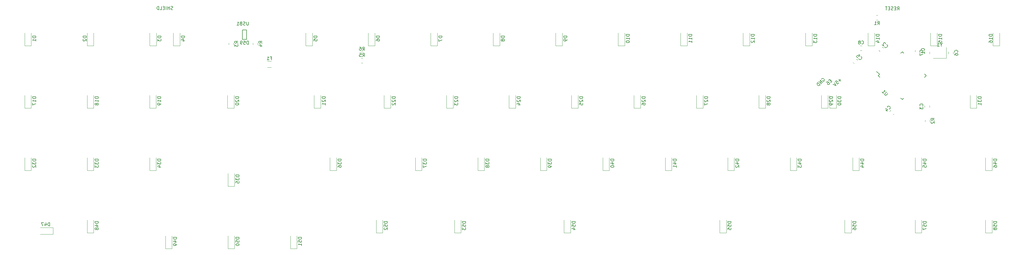
<source format=gbr>
%TF.GenerationSoftware,KiCad,Pcbnew,5.1.9-73d0e3b20d~88~ubuntu20.04.1*%
%TF.CreationDate,2021-02-12T22:28:37-08:00*%
%TF.ProjectId,SPM1800,53504d31-3830-4302-9e6b-696361645f70,rev?*%
%TF.SameCoordinates,Original*%
%TF.FileFunction,Legend,Bot*%
%TF.FilePolarity,Positive*%
%FSLAX46Y46*%
G04 Gerber Fmt 4.6, Leading zero omitted, Abs format (unit mm)*
G04 Created by KiCad (PCBNEW 5.1.9-73d0e3b20d~88~ubuntu20.04.1) date 2021-02-12 22:28:37*
%MOMM*%
%LPD*%
G01*
G04 APERTURE LIST*
%ADD10C,0.150000*%
%ADD11C,0.120000*%
G04 APERTURE END LIST*
D10*
X316542194Y-82673698D02*
X316575866Y-82572683D01*
X316676881Y-82471668D01*
X316811568Y-82404324D01*
X316946255Y-82404324D01*
X317047270Y-82437996D01*
X317215629Y-82539011D01*
X317316644Y-82640026D01*
X317417660Y-82808385D01*
X317451331Y-82909400D01*
X317451331Y-83044087D01*
X317383988Y-83178774D01*
X317316644Y-83246118D01*
X317181957Y-83313461D01*
X317114614Y-83313461D01*
X316878912Y-83077759D01*
X317013599Y-82943072D01*
X316878912Y-83683851D02*
X316171805Y-82976744D01*
X316474851Y-84087912D01*
X315767744Y-83380805D01*
X316138133Y-84424629D02*
X315431026Y-83717522D01*
X315262668Y-83885881D01*
X315195324Y-84020568D01*
X315195324Y-84155255D01*
X315228996Y-84256270D01*
X315330011Y-84424629D01*
X315431026Y-84525644D01*
X315599385Y-84626660D01*
X315700400Y-84660331D01*
X315835087Y-84660331D01*
X315969774Y-84592988D01*
X316138133Y-84424629D01*
X319334732Y-83027251D02*
X319099030Y-83262954D01*
X319368404Y-83734358D02*
X319705122Y-83397641D01*
X318998015Y-82690534D01*
X318661297Y-83027251D01*
X318055206Y-83633343D02*
X318189893Y-83498656D01*
X318290908Y-83464984D01*
X318358251Y-83464984D01*
X318526610Y-83498656D01*
X318694969Y-83599671D01*
X318964343Y-83869045D01*
X318998015Y-83970061D01*
X318998015Y-84037404D01*
X318964343Y-84138419D01*
X318829656Y-84273106D01*
X318728641Y-84306778D01*
X318661297Y-84306778D01*
X318560282Y-84273106D01*
X318391923Y-84104748D01*
X318358251Y-84003732D01*
X318358251Y-83936389D01*
X318391923Y-83835374D01*
X318526610Y-83700687D01*
X318627625Y-83667015D01*
X318694969Y-83667015D01*
X318795984Y-83700687D01*
X322396644Y-82707370D02*
X321857896Y-83246118D01*
X322396644Y-83246118D02*
X321857896Y-82707370D01*
X320746729Y-83481820D02*
X321083446Y-83145103D01*
X321453835Y-83448148D01*
X321386492Y-83448148D01*
X321285477Y-83481820D01*
X321117118Y-83650179D01*
X321083446Y-83751194D01*
X321083446Y-83818538D01*
X321117118Y-83919553D01*
X321285477Y-84087912D01*
X321386492Y-84121583D01*
X321453835Y-84121583D01*
X321554851Y-84087912D01*
X321723209Y-83919553D01*
X321756881Y-83818538D01*
X321756881Y-83751194D01*
X320511026Y-83717522D02*
X320982431Y-84660331D01*
X320039622Y-84188927D01*
X118736761Y-61364761D02*
X118593904Y-61412380D01*
X118355809Y-61412380D01*
X118260571Y-61364761D01*
X118212952Y-61317142D01*
X118165333Y-61221904D01*
X118165333Y-61126666D01*
X118212952Y-61031428D01*
X118260571Y-60983809D01*
X118355809Y-60936190D01*
X118546285Y-60888571D01*
X118641523Y-60840952D01*
X118689142Y-60793333D01*
X118736761Y-60698095D01*
X118736761Y-60602857D01*
X118689142Y-60507619D01*
X118641523Y-60460000D01*
X118546285Y-60412380D01*
X118308190Y-60412380D01*
X118165333Y-60460000D01*
X117736761Y-61412380D02*
X117736761Y-60412380D01*
X117736761Y-60888571D02*
X117165333Y-60888571D01*
X117165333Y-61412380D02*
X117165333Y-60412380D01*
X116689142Y-61412380D02*
X116689142Y-60412380D01*
X116212952Y-60888571D02*
X115879619Y-60888571D01*
X115736761Y-61412380D02*
X116212952Y-61412380D01*
X116212952Y-60412380D01*
X115736761Y-60412380D01*
X114832000Y-61412380D02*
X115308190Y-61412380D01*
X115308190Y-60412380D01*
X114498666Y-61412380D02*
X114498666Y-60412380D01*
X114260571Y-60412380D01*
X114117714Y-60460000D01*
X114022476Y-60555238D01*
X113974857Y-60650476D01*
X113927238Y-60840952D01*
X113927238Y-60983809D01*
X113974857Y-61174285D01*
X114022476Y-61269523D01*
X114117714Y-61364761D01*
X114260571Y-61412380D01*
X114498666Y-61412380D01*
X339653380Y-61539380D02*
X339986714Y-61063190D01*
X340224809Y-61539380D02*
X340224809Y-60539380D01*
X339843857Y-60539380D01*
X339748619Y-60587000D01*
X339701000Y-60634619D01*
X339653380Y-60729857D01*
X339653380Y-60872714D01*
X339701000Y-60967952D01*
X339748619Y-61015571D01*
X339843857Y-61063190D01*
X340224809Y-61063190D01*
X339224809Y-61015571D02*
X338891476Y-61015571D01*
X338748619Y-61539380D02*
X339224809Y-61539380D01*
X339224809Y-60539380D01*
X338748619Y-60539380D01*
X338367666Y-61491761D02*
X338224809Y-61539380D01*
X337986714Y-61539380D01*
X337891476Y-61491761D01*
X337843857Y-61444142D01*
X337796238Y-61348904D01*
X337796238Y-61253666D01*
X337843857Y-61158428D01*
X337891476Y-61110809D01*
X337986714Y-61063190D01*
X338177190Y-61015571D01*
X338272428Y-60967952D01*
X338320047Y-60920333D01*
X338367666Y-60825095D01*
X338367666Y-60729857D01*
X338320047Y-60634619D01*
X338272428Y-60587000D01*
X338177190Y-60539380D01*
X337939095Y-60539380D01*
X337796238Y-60587000D01*
X337367666Y-61015571D02*
X337034333Y-61015571D01*
X336891476Y-61539380D02*
X337367666Y-61539380D01*
X337367666Y-60539380D01*
X336891476Y-60539380D01*
X336605761Y-60539380D02*
X336034333Y-60539380D01*
X336320047Y-61539380D02*
X336320047Y-60539380D01*
D11*
%TO.C,R6*%
X176653564Y-74322000D02*
X176199436Y-74322000D01*
X176653564Y-75792000D02*
X176199436Y-75792000D01*
%TO.C,R5*%
X176653564Y-76227000D02*
X176199436Y-76227000D01*
X176653564Y-77697000D02*
X176199436Y-77697000D01*
%TO.C,C1*%
X345086000Y-74302252D02*
X345086000Y-73779748D01*
X346556000Y-74302252D02*
X346556000Y-73779748D01*
%TO.C,Y1*%
X354595000Y-76238000D02*
X350595000Y-76238000D01*
X354595000Y-72938000D02*
X354595000Y-76238000D01*
D10*
%TO.C,U1*%
X334266781Y-81184164D02*
X333365220Y-80282602D01*
X341178750Y-88909305D02*
X340701453Y-88432008D01*
X348497305Y-81590750D02*
X348020008Y-81113453D01*
X341178750Y-74272195D02*
X341656047Y-74749492D01*
X333860195Y-81590750D02*
X334337492Y-82068047D01*
X341178750Y-74272195D02*
X340701453Y-74749492D01*
X348497305Y-81590750D02*
X348020008Y-82068047D01*
X341178750Y-88909305D02*
X341656047Y-88432008D01*
X333860195Y-81590750D02*
X334266781Y-81184164D01*
D11*
%TO.C,R4*%
X144626000Y-72085564D02*
X144626000Y-71631436D01*
X143156000Y-72085564D02*
X143156000Y-71631436D01*
%TO.C,R3*%
X137260000Y-72085564D02*
X137260000Y-71631436D01*
X135790000Y-72085564D02*
X135790000Y-71631436D01*
%TO.C,R2*%
X348134000Y-95627564D02*
X348134000Y-95173436D01*
X349604000Y-95627564D02*
X349604000Y-95173436D01*
%TO.C,R1*%
X333251436Y-63146000D02*
X333705564Y-63146000D01*
X333251436Y-64616000D02*
X333705564Y-64616000D01*
%TO.C,F1*%
X148808064Y-77195000D02*
X147603936Y-77195000D01*
X148808064Y-79015000D02*
X147603936Y-79015000D01*
D10*
%TO.C,D59*%
X141255000Y-70538000D02*
X139955000Y-70538000D01*
X141255000Y-67638000D02*
X141255000Y-70538000D01*
X139955000Y-67638000D02*
X141255000Y-67638000D01*
X139955000Y-67638000D02*
X139955000Y-70538000D01*
D11*
%TO.C,D58*%
X368538000Y-129630000D02*
X368538000Y-125730000D01*
X366538000Y-129630000D02*
X366538000Y-125730000D01*
X368538000Y-129630000D02*
X366538000Y-129630000D01*
%TO.C,D57*%
X347075000Y-129630000D02*
X347075000Y-125730000D01*
X345075000Y-129630000D02*
X345075000Y-125730000D01*
X347075000Y-129630000D02*
X345075000Y-129630000D01*
%TO.C,D56*%
X325612000Y-129632000D02*
X325612000Y-125732000D01*
X323612000Y-129632000D02*
X323612000Y-125732000D01*
X325612000Y-129632000D02*
X323612000Y-129632000D01*
%TO.C,D55*%
X287512000Y-129632000D02*
X287512000Y-125732000D01*
X285512000Y-129632000D02*
X285512000Y-125732000D01*
X287512000Y-129632000D02*
X285512000Y-129632000D01*
%TO.C,D54*%
X240014000Y-129630000D02*
X240014000Y-125730000D01*
X238014000Y-129630000D02*
X238014000Y-125730000D01*
X240014000Y-129630000D02*
X238014000Y-129630000D01*
%TO.C,D53*%
X206613000Y-129630000D02*
X206613000Y-125730000D01*
X204613000Y-129630000D02*
X204613000Y-125730000D01*
X206613000Y-129630000D02*
X204613000Y-129630000D01*
%TO.C,D52*%
X182737000Y-129630000D02*
X182737000Y-125730000D01*
X180737000Y-129630000D02*
X180737000Y-125730000D01*
X182737000Y-129630000D02*
X180737000Y-129630000D01*
%TO.C,D51*%
X156575000Y-134456000D02*
X156575000Y-130556000D01*
X154575000Y-134456000D02*
X154575000Y-130556000D01*
X156575000Y-134456000D02*
X154575000Y-134456000D01*
%TO.C,D50*%
X137525000Y-134458000D02*
X137525000Y-130558000D01*
X135525000Y-134458000D02*
X135525000Y-130558000D01*
X137525000Y-134458000D02*
X135525000Y-134458000D01*
%TO.C,D49*%
X118475000Y-134458000D02*
X118475000Y-130558000D01*
X116475000Y-134458000D02*
X116475000Y-130558000D01*
X118475000Y-134458000D02*
X116475000Y-134458000D01*
%TO.C,D48*%
X94599000Y-129630000D02*
X94599000Y-125730000D01*
X92599000Y-129630000D02*
X92599000Y-125730000D01*
X94599000Y-129630000D02*
X92599000Y-129630000D01*
%TO.C,D47*%
X82259000Y-128032000D02*
X78359000Y-128032000D01*
X82259000Y-130032000D02*
X78359000Y-130032000D01*
X82259000Y-128032000D02*
X82259000Y-130032000D01*
%TO.C,D46*%
X368538000Y-110581000D02*
X368538000Y-106681000D01*
X366538000Y-110581000D02*
X366538000Y-106681000D01*
X368538000Y-110581000D02*
X366538000Y-110581000D01*
%TO.C,D45*%
X347075000Y-110580000D02*
X347075000Y-106680000D01*
X345075000Y-110580000D02*
X345075000Y-106680000D01*
X347075000Y-110580000D02*
X345075000Y-110580000D01*
%TO.C,D44*%
X328025000Y-110580000D02*
X328025000Y-106680000D01*
X326025000Y-110580000D02*
X326025000Y-106680000D01*
X328025000Y-110580000D02*
X326025000Y-110580000D01*
%TO.C,D43*%
X308975000Y-110580000D02*
X308975000Y-106680000D01*
X306975000Y-110580000D02*
X306975000Y-106680000D01*
X308975000Y-110580000D02*
X306975000Y-110580000D01*
%TO.C,D42*%
X289925000Y-110580000D02*
X289925000Y-106680000D01*
X287925000Y-110580000D02*
X287925000Y-106680000D01*
X289925000Y-110580000D02*
X287925000Y-110580000D01*
%TO.C,D41*%
X270875000Y-110580000D02*
X270875000Y-106680000D01*
X268875000Y-110580000D02*
X268875000Y-106680000D01*
X270875000Y-110580000D02*
X268875000Y-110580000D01*
%TO.C,D40*%
X251825000Y-110580000D02*
X251825000Y-106680000D01*
X249825000Y-110580000D02*
X249825000Y-106680000D01*
X251825000Y-110580000D02*
X249825000Y-110580000D01*
%TO.C,D39*%
X232775000Y-110582000D02*
X232775000Y-106682000D01*
X230775000Y-110582000D02*
X230775000Y-106682000D01*
X232775000Y-110582000D02*
X230775000Y-110582000D01*
%TO.C,D38*%
X213725000Y-110580000D02*
X213725000Y-106680000D01*
X211725000Y-110580000D02*
X211725000Y-106680000D01*
X213725000Y-110580000D02*
X211725000Y-110580000D01*
%TO.C,D37*%
X194675000Y-110580000D02*
X194675000Y-106680000D01*
X192675000Y-110580000D02*
X192675000Y-106680000D01*
X194675000Y-110580000D02*
X192675000Y-110580000D01*
%TO.C,D36*%
X168640000Y-110582000D02*
X168640000Y-106682000D01*
X166640000Y-110582000D02*
X166640000Y-106682000D01*
X168640000Y-110582000D02*
X166640000Y-110582000D01*
%TO.C,D35*%
X137525000Y-115408000D02*
X137525000Y-111508000D01*
X135525000Y-115408000D02*
X135525000Y-111508000D01*
X137525000Y-115408000D02*
X135525000Y-115408000D01*
%TO.C,D34*%
X113649000Y-110580000D02*
X113649000Y-106680000D01*
X111649000Y-110580000D02*
X111649000Y-106680000D01*
X113649000Y-110580000D02*
X111649000Y-110580000D01*
%TO.C,D33*%
X94599000Y-110580000D02*
X94599000Y-106680000D01*
X92599000Y-110580000D02*
X92599000Y-106680000D01*
X94599000Y-110580000D02*
X92599000Y-110580000D01*
%TO.C,D32*%
X75549000Y-110582000D02*
X75549000Y-106682000D01*
X73549000Y-110582000D02*
X73549000Y-106682000D01*
X75549000Y-110582000D02*
X73549000Y-110582000D01*
%TO.C,D31*%
X363839000Y-91530000D02*
X363839000Y-87630000D01*
X361839000Y-91530000D02*
X361839000Y-87630000D01*
X363839000Y-91530000D02*
X361839000Y-91530000D01*
%TO.C,D30*%
X321040000Y-91530000D02*
X321040000Y-87630000D01*
X319040000Y-91530000D02*
X319040000Y-87630000D01*
X321040000Y-91530000D02*
X319040000Y-91530000D01*
%TO.C,D29*%
X318500000Y-91530000D02*
X318500000Y-87630000D01*
X316500000Y-91530000D02*
X316500000Y-87630000D01*
X318500000Y-91530000D02*
X316500000Y-91530000D01*
%TO.C,D28*%
X299450000Y-91530000D02*
X299450000Y-87630000D01*
X297450000Y-91530000D02*
X297450000Y-87630000D01*
X299450000Y-91530000D02*
X297450000Y-91530000D01*
%TO.C,D27*%
X280400000Y-91530000D02*
X280400000Y-87630000D01*
X278400000Y-91530000D02*
X278400000Y-87630000D01*
X280400000Y-91530000D02*
X278400000Y-91530000D01*
%TO.C,D26*%
X261350000Y-91530000D02*
X261350000Y-87630000D01*
X259350000Y-91530000D02*
X259350000Y-87630000D01*
X261350000Y-91530000D02*
X259350000Y-91530000D01*
%TO.C,D25*%
X242300000Y-91530000D02*
X242300000Y-87630000D01*
X240300000Y-91530000D02*
X240300000Y-87630000D01*
X242300000Y-91530000D02*
X240300000Y-91530000D01*
%TO.C,D24*%
X223250000Y-91530000D02*
X223250000Y-87630000D01*
X221250000Y-91530000D02*
X221250000Y-87630000D01*
X223250000Y-91530000D02*
X221250000Y-91530000D01*
%TO.C,D23*%
X204200000Y-91530000D02*
X204200000Y-87630000D01*
X202200000Y-91530000D02*
X202200000Y-87630000D01*
X204200000Y-91530000D02*
X202200000Y-91530000D01*
%TO.C,D22*%
X185150000Y-91530000D02*
X185150000Y-87630000D01*
X183150000Y-91530000D02*
X183150000Y-87630000D01*
X185150000Y-91530000D02*
X183150000Y-91530000D01*
%TO.C,D21*%
X163814000Y-91530000D02*
X163814000Y-87630000D01*
X161814000Y-91530000D02*
X161814000Y-87630000D01*
X163814000Y-91530000D02*
X161814000Y-91530000D01*
%TO.C,D20*%
X137398000Y-91530000D02*
X137398000Y-87630000D01*
X135398000Y-91530000D02*
X135398000Y-87630000D01*
X137398000Y-91530000D02*
X135398000Y-91530000D01*
%TO.C,D19*%
X113649000Y-91532000D02*
X113649000Y-87632000D01*
X111649000Y-91532000D02*
X111649000Y-87632000D01*
X113649000Y-91532000D02*
X111649000Y-91532000D01*
%TO.C,D18*%
X94599000Y-91531000D02*
X94599000Y-87631000D01*
X92599000Y-91531000D02*
X92599000Y-87631000D01*
X94599000Y-91531000D02*
X92599000Y-91531000D01*
%TO.C,D17*%
X75549000Y-91532000D02*
X75549000Y-87632000D01*
X73549000Y-91532000D02*
X73549000Y-87632000D01*
X75549000Y-91532000D02*
X73549000Y-91532000D01*
%TO.C,D16*%
X370824000Y-72482000D02*
X370824000Y-68582000D01*
X368824000Y-72482000D02*
X368824000Y-68582000D01*
X370824000Y-72482000D02*
X368824000Y-72482000D01*
%TO.C,D15*%
X351774000Y-72482000D02*
X351774000Y-68582000D01*
X349774000Y-72482000D02*
X349774000Y-68582000D01*
X351774000Y-72482000D02*
X349774000Y-72482000D01*
%TO.C,D14*%
X332724000Y-72480000D02*
X332724000Y-68580000D01*
X330724000Y-72480000D02*
X330724000Y-68580000D01*
X332724000Y-72480000D02*
X330724000Y-72480000D01*
%TO.C,D13*%
X313674000Y-72480000D02*
X313674000Y-68580000D01*
X311674000Y-72480000D02*
X311674000Y-68580000D01*
X313674000Y-72480000D02*
X311674000Y-72480000D01*
%TO.C,D12*%
X294624000Y-72480000D02*
X294624000Y-68580000D01*
X292624000Y-72480000D02*
X292624000Y-68580000D01*
X294624000Y-72480000D02*
X292624000Y-72480000D01*
%TO.C,D11*%
X275574000Y-72481000D02*
X275574000Y-68581000D01*
X273574000Y-72481000D02*
X273574000Y-68581000D01*
X275574000Y-72481000D02*
X273574000Y-72481000D01*
%TO.C,D10*%
X256524000Y-72480000D02*
X256524000Y-68580000D01*
X254524000Y-72480000D02*
X254524000Y-68580000D01*
X256524000Y-72480000D02*
X254524000Y-72480000D01*
%TO.C,D9*%
X237474000Y-72480000D02*
X237474000Y-68580000D01*
X235474000Y-72480000D02*
X235474000Y-68580000D01*
X237474000Y-72480000D02*
X235474000Y-72480000D01*
%TO.C,D8*%
X218424000Y-72481000D02*
X218424000Y-68581000D01*
X216424000Y-72481000D02*
X216424000Y-68581000D01*
X218424000Y-72481000D02*
X216424000Y-72481000D01*
%TO.C,D7*%
X199374000Y-72480000D02*
X199374000Y-68580000D01*
X197374000Y-72480000D02*
X197374000Y-68580000D01*
X199374000Y-72480000D02*
X197374000Y-72480000D01*
%TO.C,D6*%
X180324000Y-72482000D02*
X180324000Y-68582000D01*
X178324000Y-72482000D02*
X178324000Y-68582000D01*
X180324000Y-72482000D02*
X178324000Y-72482000D01*
%TO.C,D5*%
X161274000Y-72481000D02*
X161274000Y-68581000D01*
X159274000Y-72481000D02*
X159274000Y-68581000D01*
X161274000Y-72481000D02*
X159274000Y-72481000D01*
%TO.C,D4*%
X120888000Y-72480000D02*
X118888000Y-72480000D01*
X118888000Y-72480000D02*
X118888000Y-68580000D01*
X120888000Y-72480000D02*
X120888000Y-68580000D01*
%TO.C,D3*%
X113680750Y-72480000D02*
X113680750Y-68580000D01*
X111680750Y-72480000D02*
X111680750Y-68580000D01*
X113680750Y-72480000D02*
X111680750Y-72480000D01*
%TO.C,D2*%
X94599000Y-72481000D02*
X94599000Y-68581000D01*
X92599000Y-72481000D02*
X92599000Y-68581000D01*
X94599000Y-72481000D02*
X92599000Y-72481000D01*
%TO.C,D1*%
X75549000Y-72482000D02*
X75549000Y-68582000D01*
X73549000Y-72482000D02*
X73549000Y-68582000D01*
X75549000Y-72482000D02*
X73549000Y-72482000D01*
%TO.C,C8*%
X328871252Y-73887000D02*
X328348748Y-73887000D01*
X328871252Y-72417000D02*
X328348748Y-72417000D01*
%TO.C,C7*%
X349477000Y-74348748D02*
X349477000Y-74871252D01*
X348007000Y-74348748D02*
X348007000Y-74871252D01*
%TO.C,C6*%
X355246000Y-74876252D02*
X355246000Y-74353748D01*
X356716000Y-74876252D02*
X356716000Y-74353748D01*
%TO.C,C5*%
X326526259Y-77883706D02*
X326156792Y-77514239D01*
X327565706Y-76844259D02*
X327196239Y-76474792D01*
%TO.C,C4*%
X338712457Y-93171990D02*
X338342990Y-93541457D01*
X337673010Y-92132543D02*
X337303543Y-92502010D01*
%TO.C,C3*%
X349477000Y-90731748D02*
X349477000Y-91254252D01*
X348007000Y-90731748D02*
X348007000Y-91254252D01*
%TO.C,C2*%
X335439706Y-73161259D02*
X335070239Y-72791792D01*
X334400259Y-74200706D02*
X334030792Y-73831239D01*
%TO.C,R6*%
D10*
X176593166Y-73859380D02*
X176926500Y-73383190D01*
X177164595Y-73859380D02*
X177164595Y-72859380D01*
X176783642Y-72859380D01*
X176688404Y-72907000D01*
X176640785Y-72954619D01*
X176593166Y-73049857D01*
X176593166Y-73192714D01*
X176640785Y-73287952D01*
X176688404Y-73335571D01*
X176783642Y-73383190D01*
X177164595Y-73383190D01*
X175736023Y-72859380D02*
X175926500Y-72859380D01*
X176021738Y-72907000D01*
X176069357Y-72954619D01*
X176164595Y-73097476D01*
X176212214Y-73287952D01*
X176212214Y-73668904D01*
X176164595Y-73764142D01*
X176116976Y-73811761D01*
X176021738Y-73859380D01*
X175831261Y-73859380D01*
X175736023Y-73811761D01*
X175688404Y-73764142D01*
X175640785Y-73668904D01*
X175640785Y-73430809D01*
X175688404Y-73335571D01*
X175736023Y-73287952D01*
X175831261Y-73240333D01*
X176021738Y-73240333D01*
X176116976Y-73287952D01*
X176164595Y-73335571D01*
X176212214Y-73430809D01*
%TO.C,R5*%
X176593166Y-75764380D02*
X176926500Y-75288190D01*
X177164595Y-75764380D02*
X177164595Y-74764380D01*
X176783642Y-74764380D01*
X176688404Y-74812000D01*
X176640785Y-74859619D01*
X176593166Y-74954857D01*
X176593166Y-75097714D01*
X176640785Y-75192952D01*
X176688404Y-75240571D01*
X176783642Y-75288190D01*
X177164595Y-75288190D01*
X175688404Y-74764380D02*
X176164595Y-74764380D01*
X176212214Y-75240571D01*
X176164595Y-75192952D01*
X176069357Y-75145333D01*
X175831261Y-75145333D01*
X175736023Y-75192952D01*
X175688404Y-75240571D01*
X175640785Y-75335809D01*
X175640785Y-75573904D01*
X175688404Y-75669142D01*
X175736023Y-75716761D01*
X175831261Y-75764380D01*
X176069357Y-75764380D01*
X176164595Y-75716761D01*
X176212214Y-75669142D01*
%TO.C,C1*%
X347858142Y-73874333D02*
X347905761Y-73826714D01*
X347953380Y-73683857D01*
X347953380Y-73588619D01*
X347905761Y-73445761D01*
X347810523Y-73350523D01*
X347715285Y-73302904D01*
X347524809Y-73255285D01*
X347381952Y-73255285D01*
X347191476Y-73302904D01*
X347096238Y-73350523D01*
X347001000Y-73445761D01*
X346953380Y-73588619D01*
X346953380Y-73683857D01*
X347001000Y-73826714D01*
X347048619Y-73874333D01*
X347953380Y-74826714D02*
X347953380Y-74255285D01*
X347953380Y-74541000D02*
X346953380Y-74541000D01*
X347096238Y-74445761D01*
X347191476Y-74350523D01*
X347239095Y-74255285D01*
%TO.C,Y1*%
X353071190Y-72114190D02*
X353071190Y-72590380D01*
X353404523Y-71590380D02*
X353071190Y-72114190D01*
X352737857Y-71590380D01*
X351880714Y-72590380D02*
X352452142Y-72590380D01*
X352166428Y-72590380D02*
X352166428Y-71590380D01*
X352261666Y-71733238D01*
X352356904Y-71828476D01*
X352452142Y-71876095D01*
%TO.C,USB1*%
X141819095Y-65151380D02*
X141819095Y-65960904D01*
X141771476Y-66056142D01*
X141723857Y-66103761D01*
X141628619Y-66151380D01*
X141438142Y-66151380D01*
X141342904Y-66103761D01*
X141295285Y-66056142D01*
X141247666Y-65960904D01*
X141247666Y-65151380D01*
X140819095Y-66103761D02*
X140676238Y-66151380D01*
X140438142Y-66151380D01*
X140342904Y-66103761D01*
X140295285Y-66056142D01*
X140247666Y-65960904D01*
X140247666Y-65865666D01*
X140295285Y-65770428D01*
X140342904Y-65722809D01*
X140438142Y-65675190D01*
X140628619Y-65627571D01*
X140723857Y-65579952D01*
X140771476Y-65532333D01*
X140819095Y-65437095D01*
X140819095Y-65341857D01*
X140771476Y-65246619D01*
X140723857Y-65199000D01*
X140628619Y-65151380D01*
X140390523Y-65151380D01*
X140247666Y-65199000D01*
X139485761Y-65627571D02*
X139342904Y-65675190D01*
X139295285Y-65722809D01*
X139247666Y-65818047D01*
X139247666Y-65960904D01*
X139295285Y-66056142D01*
X139342904Y-66103761D01*
X139438142Y-66151380D01*
X139819095Y-66151380D01*
X139819095Y-65151380D01*
X139485761Y-65151380D01*
X139390523Y-65199000D01*
X139342904Y-65246619D01*
X139295285Y-65341857D01*
X139295285Y-65437095D01*
X139342904Y-65532333D01*
X139390523Y-65579952D01*
X139485761Y-65627571D01*
X139819095Y-65627571D01*
X138295285Y-66151380D02*
X138866714Y-66151380D01*
X138581000Y-66151380D02*
X138581000Y-65151380D01*
X138676238Y-65294238D01*
X138771476Y-65389476D01*
X138866714Y-65437095D01*
%TO.C,U1*%
X336836777Y-87010218D02*
X336264357Y-87582638D01*
X336163342Y-87616310D01*
X336095998Y-87616310D01*
X335994983Y-87582638D01*
X335860296Y-87447951D01*
X335826624Y-87346936D01*
X335826624Y-87279592D01*
X335860296Y-87178577D01*
X336432716Y-86606157D01*
X335018502Y-86606157D02*
X335422563Y-87010218D01*
X335220533Y-86808188D02*
X335927639Y-86101081D01*
X335893968Y-86269440D01*
X335893968Y-86404127D01*
X335927639Y-86505142D01*
%TO.C,R4*%
X145993380Y-71691833D02*
X145517190Y-71358500D01*
X145993380Y-71120404D02*
X144993380Y-71120404D01*
X144993380Y-71501357D01*
X145041000Y-71596595D01*
X145088619Y-71644214D01*
X145183857Y-71691833D01*
X145326714Y-71691833D01*
X145421952Y-71644214D01*
X145469571Y-71596595D01*
X145517190Y-71501357D01*
X145517190Y-71120404D01*
X145326714Y-72548976D02*
X145993380Y-72548976D01*
X144945761Y-72310880D02*
X145660047Y-72072785D01*
X145660047Y-72691833D01*
%TO.C,R3*%
X138627380Y-71691833D02*
X138151190Y-71358500D01*
X138627380Y-71120404D02*
X137627380Y-71120404D01*
X137627380Y-71501357D01*
X137675000Y-71596595D01*
X137722619Y-71644214D01*
X137817857Y-71691833D01*
X137960714Y-71691833D01*
X138055952Y-71644214D01*
X138103571Y-71596595D01*
X138151190Y-71501357D01*
X138151190Y-71120404D01*
X137627380Y-72025166D02*
X137627380Y-72644214D01*
X138008333Y-72310880D01*
X138008333Y-72453738D01*
X138055952Y-72548976D01*
X138103571Y-72596595D01*
X138198809Y-72644214D01*
X138436904Y-72644214D01*
X138532142Y-72596595D01*
X138579761Y-72548976D01*
X138627380Y-72453738D01*
X138627380Y-72168023D01*
X138579761Y-72072785D01*
X138532142Y-72025166D01*
%TO.C,R2*%
X350971380Y-95233833D02*
X350495190Y-94900500D01*
X350971380Y-94662404D02*
X349971380Y-94662404D01*
X349971380Y-95043357D01*
X350019000Y-95138595D01*
X350066619Y-95186214D01*
X350161857Y-95233833D01*
X350304714Y-95233833D01*
X350399952Y-95186214D01*
X350447571Y-95138595D01*
X350495190Y-95043357D01*
X350495190Y-94662404D01*
X350066619Y-95614785D02*
X350019000Y-95662404D01*
X349971380Y-95757642D01*
X349971380Y-95995738D01*
X350019000Y-96090976D01*
X350066619Y-96138595D01*
X350161857Y-96186214D01*
X350257095Y-96186214D01*
X350399952Y-96138595D01*
X350971380Y-95567166D01*
X350971380Y-96186214D01*
%TO.C,R1*%
X333645166Y-65983380D02*
X333978500Y-65507190D01*
X334216595Y-65983380D02*
X334216595Y-64983380D01*
X333835642Y-64983380D01*
X333740404Y-65031000D01*
X333692785Y-65078619D01*
X333645166Y-65173857D01*
X333645166Y-65316714D01*
X333692785Y-65411952D01*
X333740404Y-65459571D01*
X333835642Y-65507190D01*
X334216595Y-65507190D01*
X332692785Y-65983380D02*
X333264214Y-65983380D01*
X332978500Y-65983380D02*
X332978500Y-64983380D01*
X333073738Y-65126238D01*
X333168976Y-65221476D01*
X333264214Y-65269095D01*
%TO.C,F1*%
X148539333Y-76213571D02*
X148872666Y-76213571D01*
X148872666Y-76737380D02*
X148872666Y-75737380D01*
X148396476Y-75737380D01*
X147491714Y-76737380D02*
X148063142Y-76737380D01*
X147777428Y-76737380D02*
X147777428Y-75737380D01*
X147872666Y-75880238D01*
X147967904Y-75975476D01*
X148063142Y-76023095D01*
%TO.C,D59*%
X141819285Y-71990380D02*
X141819285Y-70990380D01*
X141581190Y-70990380D01*
X141438333Y-71038000D01*
X141343095Y-71133238D01*
X141295476Y-71228476D01*
X141247857Y-71418952D01*
X141247857Y-71561809D01*
X141295476Y-71752285D01*
X141343095Y-71847523D01*
X141438333Y-71942761D01*
X141581190Y-71990380D01*
X141819285Y-71990380D01*
X140343095Y-70990380D02*
X140819285Y-70990380D01*
X140866904Y-71466571D01*
X140819285Y-71418952D01*
X140724047Y-71371333D01*
X140485952Y-71371333D01*
X140390714Y-71418952D01*
X140343095Y-71466571D01*
X140295476Y-71561809D01*
X140295476Y-71799904D01*
X140343095Y-71895142D01*
X140390714Y-71942761D01*
X140485952Y-71990380D01*
X140724047Y-71990380D01*
X140819285Y-71942761D01*
X140866904Y-71895142D01*
X139819285Y-71990380D02*
X139628809Y-71990380D01*
X139533571Y-71942761D01*
X139485952Y-71895142D01*
X139390714Y-71752285D01*
X139343095Y-71561809D01*
X139343095Y-71180857D01*
X139390714Y-71085619D01*
X139438333Y-71038000D01*
X139533571Y-70990380D01*
X139724047Y-70990380D01*
X139819285Y-71038000D01*
X139866904Y-71085619D01*
X139914523Y-71180857D01*
X139914523Y-71418952D01*
X139866904Y-71514190D01*
X139819285Y-71561809D01*
X139724047Y-71609428D01*
X139533571Y-71609428D01*
X139438333Y-71561809D01*
X139390714Y-71514190D01*
X139343095Y-71418952D01*
%TO.C,D58*%
X369990380Y-126165714D02*
X368990380Y-126165714D01*
X368990380Y-126403809D01*
X369038000Y-126546666D01*
X369133238Y-126641904D01*
X369228476Y-126689523D01*
X369418952Y-126737142D01*
X369561809Y-126737142D01*
X369752285Y-126689523D01*
X369847523Y-126641904D01*
X369942761Y-126546666D01*
X369990380Y-126403809D01*
X369990380Y-126165714D01*
X368990380Y-127641904D02*
X368990380Y-127165714D01*
X369466571Y-127118095D01*
X369418952Y-127165714D01*
X369371333Y-127260952D01*
X369371333Y-127499047D01*
X369418952Y-127594285D01*
X369466571Y-127641904D01*
X369561809Y-127689523D01*
X369799904Y-127689523D01*
X369895142Y-127641904D01*
X369942761Y-127594285D01*
X369990380Y-127499047D01*
X369990380Y-127260952D01*
X369942761Y-127165714D01*
X369895142Y-127118095D01*
X369418952Y-128260952D02*
X369371333Y-128165714D01*
X369323714Y-128118095D01*
X369228476Y-128070476D01*
X369180857Y-128070476D01*
X369085619Y-128118095D01*
X369038000Y-128165714D01*
X368990380Y-128260952D01*
X368990380Y-128451428D01*
X369038000Y-128546666D01*
X369085619Y-128594285D01*
X369180857Y-128641904D01*
X369228476Y-128641904D01*
X369323714Y-128594285D01*
X369371333Y-128546666D01*
X369418952Y-128451428D01*
X369418952Y-128260952D01*
X369466571Y-128165714D01*
X369514190Y-128118095D01*
X369609428Y-128070476D01*
X369799904Y-128070476D01*
X369895142Y-128118095D01*
X369942761Y-128165714D01*
X369990380Y-128260952D01*
X369990380Y-128451428D01*
X369942761Y-128546666D01*
X369895142Y-128594285D01*
X369799904Y-128641904D01*
X369609428Y-128641904D01*
X369514190Y-128594285D01*
X369466571Y-128546666D01*
X369418952Y-128451428D01*
%TO.C,D57*%
X348527380Y-126165714D02*
X347527380Y-126165714D01*
X347527380Y-126403809D01*
X347575000Y-126546666D01*
X347670238Y-126641904D01*
X347765476Y-126689523D01*
X347955952Y-126737142D01*
X348098809Y-126737142D01*
X348289285Y-126689523D01*
X348384523Y-126641904D01*
X348479761Y-126546666D01*
X348527380Y-126403809D01*
X348527380Y-126165714D01*
X347527380Y-127641904D02*
X347527380Y-127165714D01*
X348003571Y-127118095D01*
X347955952Y-127165714D01*
X347908333Y-127260952D01*
X347908333Y-127499047D01*
X347955952Y-127594285D01*
X348003571Y-127641904D01*
X348098809Y-127689523D01*
X348336904Y-127689523D01*
X348432142Y-127641904D01*
X348479761Y-127594285D01*
X348527380Y-127499047D01*
X348527380Y-127260952D01*
X348479761Y-127165714D01*
X348432142Y-127118095D01*
X347527380Y-128022857D02*
X347527380Y-128689523D01*
X348527380Y-128260952D01*
%TO.C,D56*%
X327064380Y-126167714D02*
X326064380Y-126167714D01*
X326064380Y-126405809D01*
X326112000Y-126548666D01*
X326207238Y-126643904D01*
X326302476Y-126691523D01*
X326492952Y-126739142D01*
X326635809Y-126739142D01*
X326826285Y-126691523D01*
X326921523Y-126643904D01*
X327016761Y-126548666D01*
X327064380Y-126405809D01*
X327064380Y-126167714D01*
X326064380Y-127643904D02*
X326064380Y-127167714D01*
X326540571Y-127120095D01*
X326492952Y-127167714D01*
X326445333Y-127262952D01*
X326445333Y-127501047D01*
X326492952Y-127596285D01*
X326540571Y-127643904D01*
X326635809Y-127691523D01*
X326873904Y-127691523D01*
X326969142Y-127643904D01*
X327016761Y-127596285D01*
X327064380Y-127501047D01*
X327064380Y-127262952D01*
X327016761Y-127167714D01*
X326969142Y-127120095D01*
X326064380Y-128548666D02*
X326064380Y-128358190D01*
X326112000Y-128262952D01*
X326159619Y-128215333D01*
X326302476Y-128120095D01*
X326492952Y-128072476D01*
X326873904Y-128072476D01*
X326969142Y-128120095D01*
X327016761Y-128167714D01*
X327064380Y-128262952D01*
X327064380Y-128453428D01*
X327016761Y-128548666D01*
X326969142Y-128596285D01*
X326873904Y-128643904D01*
X326635809Y-128643904D01*
X326540571Y-128596285D01*
X326492952Y-128548666D01*
X326445333Y-128453428D01*
X326445333Y-128262952D01*
X326492952Y-128167714D01*
X326540571Y-128120095D01*
X326635809Y-128072476D01*
%TO.C,D55*%
X288964380Y-126167714D02*
X287964380Y-126167714D01*
X287964380Y-126405809D01*
X288012000Y-126548666D01*
X288107238Y-126643904D01*
X288202476Y-126691523D01*
X288392952Y-126739142D01*
X288535809Y-126739142D01*
X288726285Y-126691523D01*
X288821523Y-126643904D01*
X288916761Y-126548666D01*
X288964380Y-126405809D01*
X288964380Y-126167714D01*
X287964380Y-127643904D02*
X287964380Y-127167714D01*
X288440571Y-127120095D01*
X288392952Y-127167714D01*
X288345333Y-127262952D01*
X288345333Y-127501047D01*
X288392952Y-127596285D01*
X288440571Y-127643904D01*
X288535809Y-127691523D01*
X288773904Y-127691523D01*
X288869142Y-127643904D01*
X288916761Y-127596285D01*
X288964380Y-127501047D01*
X288964380Y-127262952D01*
X288916761Y-127167714D01*
X288869142Y-127120095D01*
X287964380Y-128596285D02*
X287964380Y-128120095D01*
X288440571Y-128072476D01*
X288392952Y-128120095D01*
X288345333Y-128215333D01*
X288345333Y-128453428D01*
X288392952Y-128548666D01*
X288440571Y-128596285D01*
X288535809Y-128643904D01*
X288773904Y-128643904D01*
X288869142Y-128596285D01*
X288916761Y-128548666D01*
X288964380Y-128453428D01*
X288964380Y-128215333D01*
X288916761Y-128120095D01*
X288869142Y-128072476D01*
%TO.C,D54*%
X241466380Y-126165714D02*
X240466380Y-126165714D01*
X240466380Y-126403809D01*
X240514000Y-126546666D01*
X240609238Y-126641904D01*
X240704476Y-126689523D01*
X240894952Y-126737142D01*
X241037809Y-126737142D01*
X241228285Y-126689523D01*
X241323523Y-126641904D01*
X241418761Y-126546666D01*
X241466380Y-126403809D01*
X241466380Y-126165714D01*
X240466380Y-127641904D02*
X240466380Y-127165714D01*
X240942571Y-127118095D01*
X240894952Y-127165714D01*
X240847333Y-127260952D01*
X240847333Y-127499047D01*
X240894952Y-127594285D01*
X240942571Y-127641904D01*
X241037809Y-127689523D01*
X241275904Y-127689523D01*
X241371142Y-127641904D01*
X241418761Y-127594285D01*
X241466380Y-127499047D01*
X241466380Y-127260952D01*
X241418761Y-127165714D01*
X241371142Y-127118095D01*
X240799714Y-128546666D02*
X241466380Y-128546666D01*
X240418761Y-128308571D02*
X241133047Y-128070476D01*
X241133047Y-128689523D01*
%TO.C,D53*%
X208065380Y-126165714D02*
X207065380Y-126165714D01*
X207065380Y-126403809D01*
X207113000Y-126546666D01*
X207208238Y-126641904D01*
X207303476Y-126689523D01*
X207493952Y-126737142D01*
X207636809Y-126737142D01*
X207827285Y-126689523D01*
X207922523Y-126641904D01*
X208017761Y-126546666D01*
X208065380Y-126403809D01*
X208065380Y-126165714D01*
X207065380Y-127641904D02*
X207065380Y-127165714D01*
X207541571Y-127118095D01*
X207493952Y-127165714D01*
X207446333Y-127260952D01*
X207446333Y-127499047D01*
X207493952Y-127594285D01*
X207541571Y-127641904D01*
X207636809Y-127689523D01*
X207874904Y-127689523D01*
X207970142Y-127641904D01*
X208017761Y-127594285D01*
X208065380Y-127499047D01*
X208065380Y-127260952D01*
X208017761Y-127165714D01*
X207970142Y-127118095D01*
X207065380Y-128022857D02*
X207065380Y-128641904D01*
X207446333Y-128308571D01*
X207446333Y-128451428D01*
X207493952Y-128546666D01*
X207541571Y-128594285D01*
X207636809Y-128641904D01*
X207874904Y-128641904D01*
X207970142Y-128594285D01*
X208017761Y-128546666D01*
X208065380Y-128451428D01*
X208065380Y-128165714D01*
X208017761Y-128070476D01*
X207970142Y-128022857D01*
%TO.C,D52*%
X184189380Y-126165714D02*
X183189380Y-126165714D01*
X183189380Y-126403809D01*
X183237000Y-126546666D01*
X183332238Y-126641904D01*
X183427476Y-126689523D01*
X183617952Y-126737142D01*
X183760809Y-126737142D01*
X183951285Y-126689523D01*
X184046523Y-126641904D01*
X184141761Y-126546666D01*
X184189380Y-126403809D01*
X184189380Y-126165714D01*
X183189380Y-127641904D02*
X183189380Y-127165714D01*
X183665571Y-127118095D01*
X183617952Y-127165714D01*
X183570333Y-127260952D01*
X183570333Y-127499047D01*
X183617952Y-127594285D01*
X183665571Y-127641904D01*
X183760809Y-127689523D01*
X183998904Y-127689523D01*
X184094142Y-127641904D01*
X184141761Y-127594285D01*
X184189380Y-127499047D01*
X184189380Y-127260952D01*
X184141761Y-127165714D01*
X184094142Y-127118095D01*
X183284619Y-128070476D02*
X183237000Y-128118095D01*
X183189380Y-128213333D01*
X183189380Y-128451428D01*
X183237000Y-128546666D01*
X183284619Y-128594285D01*
X183379857Y-128641904D01*
X183475095Y-128641904D01*
X183617952Y-128594285D01*
X184189380Y-128022857D01*
X184189380Y-128641904D01*
%TO.C,D51*%
X158027380Y-130991714D02*
X157027380Y-130991714D01*
X157027380Y-131229809D01*
X157075000Y-131372666D01*
X157170238Y-131467904D01*
X157265476Y-131515523D01*
X157455952Y-131563142D01*
X157598809Y-131563142D01*
X157789285Y-131515523D01*
X157884523Y-131467904D01*
X157979761Y-131372666D01*
X158027380Y-131229809D01*
X158027380Y-130991714D01*
X157027380Y-132467904D02*
X157027380Y-131991714D01*
X157503571Y-131944095D01*
X157455952Y-131991714D01*
X157408333Y-132086952D01*
X157408333Y-132325047D01*
X157455952Y-132420285D01*
X157503571Y-132467904D01*
X157598809Y-132515523D01*
X157836904Y-132515523D01*
X157932142Y-132467904D01*
X157979761Y-132420285D01*
X158027380Y-132325047D01*
X158027380Y-132086952D01*
X157979761Y-131991714D01*
X157932142Y-131944095D01*
X158027380Y-133467904D02*
X158027380Y-132896476D01*
X158027380Y-133182190D02*
X157027380Y-133182190D01*
X157170238Y-133086952D01*
X157265476Y-132991714D01*
X157313095Y-132896476D01*
%TO.C,D50*%
X138977380Y-130993714D02*
X137977380Y-130993714D01*
X137977380Y-131231809D01*
X138025000Y-131374666D01*
X138120238Y-131469904D01*
X138215476Y-131517523D01*
X138405952Y-131565142D01*
X138548809Y-131565142D01*
X138739285Y-131517523D01*
X138834523Y-131469904D01*
X138929761Y-131374666D01*
X138977380Y-131231809D01*
X138977380Y-130993714D01*
X137977380Y-132469904D02*
X137977380Y-131993714D01*
X138453571Y-131946095D01*
X138405952Y-131993714D01*
X138358333Y-132088952D01*
X138358333Y-132327047D01*
X138405952Y-132422285D01*
X138453571Y-132469904D01*
X138548809Y-132517523D01*
X138786904Y-132517523D01*
X138882142Y-132469904D01*
X138929761Y-132422285D01*
X138977380Y-132327047D01*
X138977380Y-132088952D01*
X138929761Y-131993714D01*
X138882142Y-131946095D01*
X137977380Y-133136571D02*
X137977380Y-133231809D01*
X138025000Y-133327047D01*
X138072619Y-133374666D01*
X138167857Y-133422285D01*
X138358333Y-133469904D01*
X138596428Y-133469904D01*
X138786904Y-133422285D01*
X138882142Y-133374666D01*
X138929761Y-133327047D01*
X138977380Y-133231809D01*
X138977380Y-133136571D01*
X138929761Y-133041333D01*
X138882142Y-132993714D01*
X138786904Y-132946095D01*
X138596428Y-132898476D01*
X138358333Y-132898476D01*
X138167857Y-132946095D01*
X138072619Y-132993714D01*
X138025000Y-133041333D01*
X137977380Y-133136571D01*
%TO.C,D49*%
X119927380Y-130993714D02*
X118927380Y-130993714D01*
X118927380Y-131231809D01*
X118975000Y-131374666D01*
X119070238Y-131469904D01*
X119165476Y-131517523D01*
X119355952Y-131565142D01*
X119498809Y-131565142D01*
X119689285Y-131517523D01*
X119784523Y-131469904D01*
X119879761Y-131374666D01*
X119927380Y-131231809D01*
X119927380Y-130993714D01*
X119260714Y-132422285D02*
X119927380Y-132422285D01*
X118879761Y-132184190D02*
X119594047Y-131946095D01*
X119594047Y-132565142D01*
X119927380Y-132993714D02*
X119927380Y-133184190D01*
X119879761Y-133279428D01*
X119832142Y-133327047D01*
X119689285Y-133422285D01*
X119498809Y-133469904D01*
X119117857Y-133469904D01*
X119022619Y-133422285D01*
X118975000Y-133374666D01*
X118927380Y-133279428D01*
X118927380Y-133088952D01*
X118975000Y-132993714D01*
X119022619Y-132946095D01*
X119117857Y-132898476D01*
X119355952Y-132898476D01*
X119451190Y-132946095D01*
X119498809Y-132993714D01*
X119546428Y-133088952D01*
X119546428Y-133279428D01*
X119498809Y-133374666D01*
X119451190Y-133422285D01*
X119355952Y-133469904D01*
%TO.C,D48*%
X96051380Y-126165714D02*
X95051380Y-126165714D01*
X95051380Y-126403809D01*
X95099000Y-126546666D01*
X95194238Y-126641904D01*
X95289476Y-126689523D01*
X95479952Y-126737142D01*
X95622809Y-126737142D01*
X95813285Y-126689523D01*
X95908523Y-126641904D01*
X96003761Y-126546666D01*
X96051380Y-126403809D01*
X96051380Y-126165714D01*
X95384714Y-127594285D02*
X96051380Y-127594285D01*
X95003761Y-127356190D02*
X95718047Y-127118095D01*
X95718047Y-127737142D01*
X95479952Y-128260952D02*
X95432333Y-128165714D01*
X95384714Y-128118095D01*
X95289476Y-128070476D01*
X95241857Y-128070476D01*
X95146619Y-128118095D01*
X95099000Y-128165714D01*
X95051380Y-128260952D01*
X95051380Y-128451428D01*
X95099000Y-128546666D01*
X95146619Y-128594285D01*
X95241857Y-128641904D01*
X95289476Y-128641904D01*
X95384714Y-128594285D01*
X95432333Y-128546666D01*
X95479952Y-128451428D01*
X95479952Y-128260952D01*
X95527571Y-128165714D01*
X95575190Y-128118095D01*
X95670428Y-128070476D01*
X95860904Y-128070476D01*
X95956142Y-128118095D01*
X96003761Y-128165714D01*
X96051380Y-128260952D01*
X96051380Y-128451428D01*
X96003761Y-128546666D01*
X95956142Y-128594285D01*
X95860904Y-128641904D01*
X95670428Y-128641904D01*
X95575190Y-128594285D01*
X95527571Y-128546666D01*
X95479952Y-128451428D01*
%TO.C,D47*%
X81223285Y-127484380D02*
X81223285Y-126484380D01*
X80985190Y-126484380D01*
X80842333Y-126532000D01*
X80747095Y-126627238D01*
X80699476Y-126722476D01*
X80651857Y-126912952D01*
X80651857Y-127055809D01*
X80699476Y-127246285D01*
X80747095Y-127341523D01*
X80842333Y-127436761D01*
X80985190Y-127484380D01*
X81223285Y-127484380D01*
X79794714Y-126817714D02*
X79794714Y-127484380D01*
X80032809Y-126436761D02*
X80270904Y-127151047D01*
X79651857Y-127151047D01*
X79366142Y-126484380D02*
X78699476Y-126484380D01*
X79128047Y-127484380D01*
%TO.C,D46*%
X369990380Y-107116714D02*
X368990380Y-107116714D01*
X368990380Y-107354809D01*
X369038000Y-107497666D01*
X369133238Y-107592904D01*
X369228476Y-107640523D01*
X369418952Y-107688142D01*
X369561809Y-107688142D01*
X369752285Y-107640523D01*
X369847523Y-107592904D01*
X369942761Y-107497666D01*
X369990380Y-107354809D01*
X369990380Y-107116714D01*
X369323714Y-108545285D02*
X369990380Y-108545285D01*
X368942761Y-108307190D02*
X369657047Y-108069095D01*
X369657047Y-108688142D01*
X368990380Y-109497666D02*
X368990380Y-109307190D01*
X369038000Y-109211952D01*
X369085619Y-109164333D01*
X369228476Y-109069095D01*
X369418952Y-109021476D01*
X369799904Y-109021476D01*
X369895142Y-109069095D01*
X369942761Y-109116714D01*
X369990380Y-109211952D01*
X369990380Y-109402428D01*
X369942761Y-109497666D01*
X369895142Y-109545285D01*
X369799904Y-109592904D01*
X369561809Y-109592904D01*
X369466571Y-109545285D01*
X369418952Y-109497666D01*
X369371333Y-109402428D01*
X369371333Y-109211952D01*
X369418952Y-109116714D01*
X369466571Y-109069095D01*
X369561809Y-109021476D01*
%TO.C,D45*%
X348527380Y-107115714D02*
X347527380Y-107115714D01*
X347527380Y-107353809D01*
X347575000Y-107496666D01*
X347670238Y-107591904D01*
X347765476Y-107639523D01*
X347955952Y-107687142D01*
X348098809Y-107687142D01*
X348289285Y-107639523D01*
X348384523Y-107591904D01*
X348479761Y-107496666D01*
X348527380Y-107353809D01*
X348527380Y-107115714D01*
X347860714Y-108544285D02*
X348527380Y-108544285D01*
X347479761Y-108306190D02*
X348194047Y-108068095D01*
X348194047Y-108687142D01*
X347527380Y-109544285D02*
X347527380Y-109068095D01*
X348003571Y-109020476D01*
X347955952Y-109068095D01*
X347908333Y-109163333D01*
X347908333Y-109401428D01*
X347955952Y-109496666D01*
X348003571Y-109544285D01*
X348098809Y-109591904D01*
X348336904Y-109591904D01*
X348432142Y-109544285D01*
X348479761Y-109496666D01*
X348527380Y-109401428D01*
X348527380Y-109163333D01*
X348479761Y-109068095D01*
X348432142Y-109020476D01*
%TO.C,D44*%
X329477380Y-107115714D02*
X328477380Y-107115714D01*
X328477380Y-107353809D01*
X328525000Y-107496666D01*
X328620238Y-107591904D01*
X328715476Y-107639523D01*
X328905952Y-107687142D01*
X329048809Y-107687142D01*
X329239285Y-107639523D01*
X329334523Y-107591904D01*
X329429761Y-107496666D01*
X329477380Y-107353809D01*
X329477380Y-107115714D01*
X328810714Y-108544285D02*
X329477380Y-108544285D01*
X328429761Y-108306190D02*
X329144047Y-108068095D01*
X329144047Y-108687142D01*
X328810714Y-109496666D02*
X329477380Y-109496666D01*
X328429761Y-109258571D02*
X329144047Y-109020476D01*
X329144047Y-109639523D01*
%TO.C,D43*%
X310427380Y-107115714D02*
X309427380Y-107115714D01*
X309427380Y-107353809D01*
X309475000Y-107496666D01*
X309570238Y-107591904D01*
X309665476Y-107639523D01*
X309855952Y-107687142D01*
X309998809Y-107687142D01*
X310189285Y-107639523D01*
X310284523Y-107591904D01*
X310379761Y-107496666D01*
X310427380Y-107353809D01*
X310427380Y-107115714D01*
X309760714Y-108544285D02*
X310427380Y-108544285D01*
X309379761Y-108306190D02*
X310094047Y-108068095D01*
X310094047Y-108687142D01*
X309427380Y-108972857D02*
X309427380Y-109591904D01*
X309808333Y-109258571D01*
X309808333Y-109401428D01*
X309855952Y-109496666D01*
X309903571Y-109544285D01*
X309998809Y-109591904D01*
X310236904Y-109591904D01*
X310332142Y-109544285D01*
X310379761Y-109496666D01*
X310427380Y-109401428D01*
X310427380Y-109115714D01*
X310379761Y-109020476D01*
X310332142Y-108972857D01*
%TO.C,D42*%
X291377380Y-107115714D02*
X290377380Y-107115714D01*
X290377380Y-107353809D01*
X290425000Y-107496666D01*
X290520238Y-107591904D01*
X290615476Y-107639523D01*
X290805952Y-107687142D01*
X290948809Y-107687142D01*
X291139285Y-107639523D01*
X291234523Y-107591904D01*
X291329761Y-107496666D01*
X291377380Y-107353809D01*
X291377380Y-107115714D01*
X290710714Y-108544285D02*
X291377380Y-108544285D01*
X290329761Y-108306190D02*
X291044047Y-108068095D01*
X291044047Y-108687142D01*
X290472619Y-109020476D02*
X290425000Y-109068095D01*
X290377380Y-109163333D01*
X290377380Y-109401428D01*
X290425000Y-109496666D01*
X290472619Y-109544285D01*
X290567857Y-109591904D01*
X290663095Y-109591904D01*
X290805952Y-109544285D01*
X291377380Y-108972857D01*
X291377380Y-109591904D01*
%TO.C,D41*%
X272327380Y-107115714D02*
X271327380Y-107115714D01*
X271327380Y-107353809D01*
X271375000Y-107496666D01*
X271470238Y-107591904D01*
X271565476Y-107639523D01*
X271755952Y-107687142D01*
X271898809Y-107687142D01*
X272089285Y-107639523D01*
X272184523Y-107591904D01*
X272279761Y-107496666D01*
X272327380Y-107353809D01*
X272327380Y-107115714D01*
X271660714Y-108544285D02*
X272327380Y-108544285D01*
X271279761Y-108306190D02*
X271994047Y-108068095D01*
X271994047Y-108687142D01*
X272327380Y-109591904D02*
X272327380Y-109020476D01*
X272327380Y-109306190D02*
X271327380Y-109306190D01*
X271470238Y-109210952D01*
X271565476Y-109115714D01*
X271613095Y-109020476D01*
%TO.C,D40*%
X253277380Y-107115714D02*
X252277380Y-107115714D01*
X252277380Y-107353809D01*
X252325000Y-107496666D01*
X252420238Y-107591904D01*
X252515476Y-107639523D01*
X252705952Y-107687142D01*
X252848809Y-107687142D01*
X253039285Y-107639523D01*
X253134523Y-107591904D01*
X253229761Y-107496666D01*
X253277380Y-107353809D01*
X253277380Y-107115714D01*
X252610714Y-108544285D02*
X253277380Y-108544285D01*
X252229761Y-108306190D02*
X252944047Y-108068095D01*
X252944047Y-108687142D01*
X252277380Y-109258571D02*
X252277380Y-109353809D01*
X252325000Y-109449047D01*
X252372619Y-109496666D01*
X252467857Y-109544285D01*
X252658333Y-109591904D01*
X252896428Y-109591904D01*
X253086904Y-109544285D01*
X253182142Y-109496666D01*
X253229761Y-109449047D01*
X253277380Y-109353809D01*
X253277380Y-109258571D01*
X253229761Y-109163333D01*
X253182142Y-109115714D01*
X253086904Y-109068095D01*
X252896428Y-109020476D01*
X252658333Y-109020476D01*
X252467857Y-109068095D01*
X252372619Y-109115714D01*
X252325000Y-109163333D01*
X252277380Y-109258571D01*
%TO.C,D39*%
X234227380Y-107117714D02*
X233227380Y-107117714D01*
X233227380Y-107355809D01*
X233275000Y-107498666D01*
X233370238Y-107593904D01*
X233465476Y-107641523D01*
X233655952Y-107689142D01*
X233798809Y-107689142D01*
X233989285Y-107641523D01*
X234084523Y-107593904D01*
X234179761Y-107498666D01*
X234227380Y-107355809D01*
X234227380Y-107117714D01*
X233227380Y-108022476D02*
X233227380Y-108641523D01*
X233608333Y-108308190D01*
X233608333Y-108451047D01*
X233655952Y-108546285D01*
X233703571Y-108593904D01*
X233798809Y-108641523D01*
X234036904Y-108641523D01*
X234132142Y-108593904D01*
X234179761Y-108546285D01*
X234227380Y-108451047D01*
X234227380Y-108165333D01*
X234179761Y-108070095D01*
X234132142Y-108022476D01*
X234227380Y-109117714D02*
X234227380Y-109308190D01*
X234179761Y-109403428D01*
X234132142Y-109451047D01*
X233989285Y-109546285D01*
X233798809Y-109593904D01*
X233417857Y-109593904D01*
X233322619Y-109546285D01*
X233275000Y-109498666D01*
X233227380Y-109403428D01*
X233227380Y-109212952D01*
X233275000Y-109117714D01*
X233322619Y-109070095D01*
X233417857Y-109022476D01*
X233655952Y-109022476D01*
X233751190Y-109070095D01*
X233798809Y-109117714D01*
X233846428Y-109212952D01*
X233846428Y-109403428D01*
X233798809Y-109498666D01*
X233751190Y-109546285D01*
X233655952Y-109593904D01*
%TO.C,D38*%
X215177380Y-107115714D02*
X214177380Y-107115714D01*
X214177380Y-107353809D01*
X214225000Y-107496666D01*
X214320238Y-107591904D01*
X214415476Y-107639523D01*
X214605952Y-107687142D01*
X214748809Y-107687142D01*
X214939285Y-107639523D01*
X215034523Y-107591904D01*
X215129761Y-107496666D01*
X215177380Y-107353809D01*
X215177380Y-107115714D01*
X214177380Y-108020476D02*
X214177380Y-108639523D01*
X214558333Y-108306190D01*
X214558333Y-108449047D01*
X214605952Y-108544285D01*
X214653571Y-108591904D01*
X214748809Y-108639523D01*
X214986904Y-108639523D01*
X215082142Y-108591904D01*
X215129761Y-108544285D01*
X215177380Y-108449047D01*
X215177380Y-108163333D01*
X215129761Y-108068095D01*
X215082142Y-108020476D01*
X214605952Y-109210952D02*
X214558333Y-109115714D01*
X214510714Y-109068095D01*
X214415476Y-109020476D01*
X214367857Y-109020476D01*
X214272619Y-109068095D01*
X214225000Y-109115714D01*
X214177380Y-109210952D01*
X214177380Y-109401428D01*
X214225000Y-109496666D01*
X214272619Y-109544285D01*
X214367857Y-109591904D01*
X214415476Y-109591904D01*
X214510714Y-109544285D01*
X214558333Y-109496666D01*
X214605952Y-109401428D01*
X214605952Y-109210952D01*
X214653571Y-109115714D01*
X214701190Y-109068095D01*
X214796428Y-109020476D01*
X214986904Y-109020476D01*
X215082142Y-109068095D01*
X215129761Y-109115714D01*
X215177380Y-109210952D01*
X215177380Y-109401428D01*
X215129761Y-109496666D01*
X215082142Y-109544285D01*
X214986904Y-109591904D01*
X214796428Y-109591904D01*
X214701190Y-109544285D01*
X214653571Y-109496666D01*
X214605952Y-109401428D01*
%TO.C,D37*%
X196127380Y-107115714D02*
X195127380Y-107115714D01*
X195127380Y-107353809D01*
X195175000Y-107496666D01*
X195270238Y-107591904D01*
X195365476Y-107639523D01*
X195555952Y-107687142D01*
X195698809Y-107687142D01*
X195889285Y-107639523D01*
X195984523Y-107591904D01*
X196079761Y-107496666D01*
X196127380Y-107353809D01*
X196127380Y-107115714D01*
X195127380Y-108020476D02*
X195127380Y-108639523D01*
X195508333Y-108306190D01*
X195508333Y-108449047D01*
X195555952Y-108544285D01*
X195603571Y-108591904D01*
X195698809Y-108639523D01*
X195936904Y-108639523D01*
X196032142Y-108591904D01*
X196079761Y-108544285D01*
X196127380Y-108449047D01*
X196127380Y-108163333D01*
X196079761Y-108068095D01*
X196032142Y-108020476D01*
X195127380Y-108972857D02*
X195127380Y-109639523D01*
X196127380Y-109210952D01*
%TO.C,D36*%
X170092380Y-107117714D02*
X169092380Y-107117714D01*
X169092380Y-107355809D01*
X169140000Y-107498666D01*
X169235238Y-107593904D01*
X169330476Y-107641523D01*
X169520952Y-107689142D01*
X169663809Y-107689142D01*
X169854285Y-107641523D01*
X169949523Y-107593904D01*
X170044761Y-107498666D01*
X170092380Y-107355809D01*
X170092380Y-107117714D01*
X169092380Y-108022476D02*
X169092380Y-108641523D01*
X169473333Y-108308190D01*
X169473333Y-108451047D01*
X169520952Y-108546285D01*
X169568571Y-108593904D01*
X169663809Y-108641523D01*
X169901904Y-108641523D01*
X169997142Y-108593904D01*
X170044761Y-108546285D01*
X170092380Y-108451047D01*
X170092380Y-108165333D01*
X170044761Y-108070095D01*
X169997142Y-108022476D01*
X169092380Y-109498666D02*
X169092380Y-109308190D01*
X169140000Y-109212952D01*
X169187619Y-109165333D01*
X169330476Y-109070095D01*
X169520952Y-109022476D01*
X169901904Y-109022476D01*
X169997142Y-109070095D01*
X170044761Y-109117714D01*
X170092380Y-109212952D01*
X170092380Y-109403428D01*
X170044761Y-109498666D01*
X169997142Y-109546285D01*
X169901904Y-109593904D01*
X169663809Y-109593904D01*
X169568571Y-109546285D01*
X169520952Y-109498666D01*
X169473333Y-109403428D01*
X169473333Y-109212952D01*
X169520952Y-109117714D01*
X169568571Y-109070095D01*
X169663809Y-109022476D01*
%TO.C,D35*%
X138977380Y-111943714D02*
X137977380Y-111943714D01*
X137977380Y-112181809D01*
X138025000Y-112324666D01*
X138120238Y-112419904D01*
X138215476Y-112467523D01*
X138405952Y-112515142D01*
X138548809Y-112515142D01*
X138739285Y-112467523D01*
X138834523Y-112419904D01*
X138929761Y-112324666D01*
X138977380Y-112181809D01*
X138977380Y-111943714D01*
X137977380Y-112848476D02*
X137977380Y-113467523D01*
X138358333Y-113134190D01*
X138358333Y-113277047D01*
X138405952Y-113372285D01*
X138453571Y-113419904D01*
X138548809Y-113467523D01*
X138786904Y-113467523D01*
X138882142Y-113419904D01*
X138929761Y-113372285D01*
X138977380Y-113277047D01*
X138977380Y-112991333D01*
X138929761Y-112896095D01*
X138882142Y-112848476D01*
X137977380Y-114372285D02*
X137977380Y-113896095D01*
X138453571Y-113848476D01*
X138405952Y-113896095D01*
X138358333Y-113991333D01*
X138358333Y-114229428D01*
X138405952Y-114324666D01*
X138453571Y-114372285D01*
X138548809Y-114419904D01*
X138786904Y-114419904D01*
X138882142Y-114372285D01*
X138929761Y-114324666D01*
X138977380Y-114229428D01*
X138977380Y-113991333D01*
X138929761Y-113896095D01*
X138882142Y-113848476D01*
%TO.C,D34*%
X115101380Y-107115714D02*
X114101380Y-107115714D01*
X114101380Y-107353809D01*
X114149000Y-107496666D01*
X114244238Y-107591904D01*
X114339476Y-107639523D01*
X114529952Y-107687142D01*
X114672809Y-107687142D01*
X114863285Y-107639523D01*
X114958523Y-107591904D01*
X115053761Y-107496666D01*
X115101380Y-107353809D01*
X115101380Y-107115714D01*
X114101380Y-108020476D02*
X114101380Y-108639523D01*
X114482333Y-108306190D01*
X114482333Y-108449047D01*
X114529952Y-108544285D01*
X114577571Y-108591904D01*
X114672809Y-108639523D01*
X114910904Y-108639523D01*
X115006142Y-108591904D01*
X115053761Y-108544285D01*
X115101380Y-108449047D01*
X115101380Y-108163333D01*
X115053761Y-108068095D01*
X115006142Y-108020476D01*
X114434714Y-109496666D02*
X115101380Y-109496666D01*
X114053761Y-109258571D02*
X114768047Y-109020476D01*
X114768047Y-109639523D01*
%TO.C,D33*%
X96051380Y-107115714D02*
X95051380Y-107115714D01*
X95051380Y-107353809D01*
X95099000Y-107496666D01*
X95194238Y-107591904D01*
X95289476Y-107639523D01*
X95479952Y-107687142D01*
X95622809Y-107687142D01*
X95813285Y-107639523D01*
X95908523Y-107591904D01*
X96003761Y-107496666D01*
X96051380Y-107353809D01*
X96051380Y-107115714D01*
X95051380Y-108020476D02*
X95051380Y-108639523D01*
X95432333Y-108306190D01*
X95432333Y-108449047D01*
X95479952Y-108544285D01*
X95527571Y-108591904D01*
X95622809Y-108639523D01*
X95860904Y-108639523D01*
X95956142Y-108591904D01*
X96003761Y-108544285D01*
X96051380Y-108449047D01*
X96051380Y-108163333D01*
X96003761Y-108068095D01*
X95956142Y-108020476D01*
X95051380Y-108972857D02*
X95051380Y-109591904D01*
X95432333Y-109258571D01*
X95432333Y-109401428D01*
X95479952Y-109496666D01*
X95527571Y-109544285D01*
X95622809Y-109591904D01*
X95860904Y-109591904D01*
X95956142Y-109544285D01*
X96003761Y-109496666D01*
X96051380Y-109401428D01*
X96051380Y-109115714D01*
X96003761Y-109020476D01*
X95956142Y-108972857D01*
%TO.C,D32*%
X77001380Y-107117714D02*
X76001380Y-107117714D01*
X76001380Y-107355809D01*
X76049000Y-107498666D01*
X76144238Y-107593904D01*
X76239476Y-107641523D01*
X76429952Y-107689142D01*
X76572809Y-107689142D01*
X76763285Y-107641523D01*
X76858523Y-107593904D01*
X76953761Y-107498666D01*
X77001380Y-107355809D01*
X77001380Y-107117714D01*
X76001380Y-108022476D02*
X76001380Y-108641523D01*
X76382333Y-108308190D01*
X76382333Y-108451047D01*
X76429952Y-108546285D01*
X76477571Y-108593904D01*
X76572809Y-108641523D01*
X76810904Y-108641523D01*
X76906142Y-108593904D01*
X76953761Y-108546285D01*
X77001380Y-108451047D01*
X77001380Y-108165333D01*
X76953761Y-108070095D01*
X76906142Y-108022476D01*
X76096619Y-109022476D02*
X76049000Y-109070095D01*
X76001380Y-109165333D01*
X76001380Y-109403428D01*
X76049000Y-109498666D01*
X76096619Y-109546285D01*
X76191857Y-109593904D01*
X76287095Y-109593904D01*
X76429952Y-109546285D01*
X77001380Y-108974857D01*
X77001380Y-109593904D01*
%TO.C,D31*%
X365291380Y-88065714D02*
X364291380Y-88065714D01*
X364291380Y-88303809D01*
X364339000Y-88446666D01*
X364434238Y-88541904D01*
X364529476Y-88589523D01*
X364719952Y-88637142D01*
X364862809Y-88637142D01*
X365053285Y-88589523D01*
X365148523Y-88541904D01*
X365243761Y-88446666D01*
X365291380Y-88303809D01*
X365291380Y-88065714D01*
X364291380Y-88970476D02*
X364291380Y-89589523D01*
X364672333Y-89256190D01*
X364672333Y-89399047D01*
X364719952Y-89494285D01*
X364767571Y-89541904D01*
X364862809Y-89589523D01*
X365100904Y-89589523D01*
X365196142Y-89541904D01*
X365243761Y-89494285D01*
X365291380Y-89399047D01*
X365291380Y-89113333D01*
X365243761Y-89018095D01*
X365196142Y-88970476D01*
X365291380Y-90541904D02*
X365291380Y-89970476D01*
X365291380Y-90256190D02*
X364291380Y-90256190D01*
X364434238Y-90160952D01*
X364529476Y-90065714D01*
X364577095Y-89970476D01*
%TO.C,D30*%
X322492380Y-88065714D02*
X321492380Y-88065714D01*
X321492380Y-88303809D01*
X321540000Y-88446666D01*
X321635238Y-88541904D01*
X321730476Y-88589523D01*
X321920952Y-88637142D01*
X322063809Y-88637142D01*
X322254285Y-88589523D01*
X322349523Y-88541904D01*
X322444761Y-88446666D01*
X322492380Y-88303809D01*
X322492380Y-88065714D01*
X321492380Y-88970476D02*
X321492380Y-89589523D01*
X321873333Y-89256190D01*
X321873333Y-89399047D01*
X321920952Y-89494285D01*
X321968571Y-89541904D01*
X322063809Y-89589523D01*
X322301904Y-89589523D01*
X322397142Y-89541904D01*
X322444761Y-89494285D01*
X322492380Y-89399047D01*
X322492380Y-89113333D01*
X322444761Y-89018095D01*
X322397142Y-88970476D01*
X321492380Y-90208571D02*
X321492380Y-90303809D01*
X321540000Y-90399047D01*
X321587619Y-90446666D01*
X321682857Y-90494285D01*
X321873333Y-90541904D01*
X322111428Y-90541904D01*
X322301904Y-90494285D01*
X322397142Y-90446666D01*
X322444761Y-90399047D01*
X322492380Y-90303809D01*
X322492380Y-90208571D01*
X322444761Y-90113333D01*
X322397142Y-90065714D01*
X322301904Y-90018095D01*
X322111428Y-89970476D01*
X321873333Y-89970476D01*
X321682857Y-90018095D01*
X321587619Y-90065714D01*
X321540000Y-90113333D01*
X321492380Y-90208571D01*
%TO.C,D29*%
X319952380Y-88065714D02*
X318952380Y-88065714D01*
X318952380Y-88303809D01*
X319000000Y-88446666D01*
X319095238Y-88541904D01*
X319190476Y-88589523D01*
X319380952Y-88637142D01*
X319523809Y-88637142D01*
X319714285Y-88589523D01*
X319809523Y-88541904D01*
X319904761Y-88446666D01*
X319952380Y-88303809D01*
X319952380Y-88065714D01*
X319047619Y-89018095D02*
X319000000Y-89065714D01*
X318952380Y-89160952D01*
X318952380Y-89399047D01*
X319000000Y-89494285D01*
X319047619Y-89541904D01*
X319142857Y-89589523D01*
X319238095Y-89589523D01*
X319380952Y-89541904D01*
X319952380Y-88970476D01*
X319952380Y-89589523D01*
X319952380Y-90065714D02*
X319952380Y-90256190D01*
X319904761Y-90351428D01*
X319857142Y-90399047D01*
X319714285Y-90494285D01*
X319523809Y-90541904D01*
X319142857Y-90541904D01*
X319047619Y-90494285D01*
X319000000Y-90446666D01*
X318952380Y-90351428D01*
X318952380Y-90160952D01*
X319000000Y-90065714D01*
X319047619Y-90018095D01*
X319142857Y-89970476D01*
X319380952Y-89970476D01*
X319476190Y-90018095D01*
X319523809Y-90065714D01*
X319571428Y-90160952D01*
X319571428Y-90351428D01*
X319523809Y-90446666D01*
X319476190Y-90494285D01*
X319380952Y-90541904D01*
%TO.C,D28*%
X300902380Y-88065714D02*
X299902380Y-88065714D01*
X299902380Y-88303809D01*
X299950000Y-88446666D01*
X300045238Y-88541904D01*
X300140476Y-88589523D01*
X300330952Y-88637142D01*
X300473809Y-88637142D01*
X300664285Y-88589523D01*
X300759523Y-88541904D01*
X300854761Y-88446666D01*
X300902380Y-88303809D01*
X300902380Y-88065714D01*
X299997619Y-89018095D02*
X299950000Y-89065714D01*
X299902380Y-89160952D01*
X299902380Y-89399047D01*
X299950000Y-89494285D01*
X299997619Y-89541904D01*
X300092857Y-89589523D01*
X300188095Y-89589523D01*
X300330952Y-89541904D01*
X300902380Y-88970476D01*
X300902380Y-89589523D01*
X300330952Y-90160952D02*
X300283333Y-90065714D01*
X300235714Y-90018095D01*
X300140476Y-89970476D01*
X300092857Y-89970476D01*
X299997619Y-90018095D01*
X299950000Y-90065714D01*
X299902380Y-90160952D01*
X299902380Y-90351428D01*
X299950000Y-90446666D01*
X299997619Y-90494285D01*
X300092857Y-90541904D01*
X300140476Y-90541904D01*
X300235714Y-90494285D01*
X300283333Y-90446666D01*
X300330952Y-90351428D01*
X300330952Y-90160952D01*
X300378571Y-90065714D01*
X300426190Y-90018095D01*
X300521428Y-89970476D01*
X300711904Y-89970476D01*
X300807142Y-90018095D01*
X300854761Y-90065714D01*
X300902380Y-90160952D01*
X300902380Y-90351428D01*
X300854761Y-90446666D01*
X300807142Y-90494285D01*
X300711904Y-90541904D01*
X300521428Y-90541904D01*
X300426190Y-90494285D01*
X300378571Y-90446666D01*
X300330952Y-90351428D01*
%TO.C,D27*%
X281852380Y-88065714D02*
X280852380Y-88065714D01*
X280852380Y-88303809D01*
X280900000Y-88446666D01*
X280995238Y-88541904D01*
X281090476Y-88589523D01*
X281280952Y-88637142D01*
X281423809Y-88637142D01*
X281614285Y-88589523D01*
X281709523Y-88541904D01*
X281804761Y-88446666D01*
X281852380Y-88303809D01*
X281852380Y-88065714D01*
X280947619Y-89018095D02*
X280900000Y-89065714D01*
X280852380Y-89160952D01*
X280852380Y-89399047D01*
X280900000Y-89494285D01*
X280947619Y-89541904D01*
X281042857Y-89589523D01*
X281138095Y-89589523D01*
X281280952Y-89541904D01*
X281852380Y-88970476D01*
X281852380Y-89589523D01*
X280852380Y-89922857D02*
X280852380Y-90589523D01*
X281852380Y-90160952D01*
%TO.C,D26*%
X262802380Y-88065714D02*
X261802380Y-88065714D01*
X261802380Y-88303809D01*
X261850000Y-88446666D01*
X261945238Y-88541904D01*
X262040476Y-88589523D01*
X262230952Y-88637142D01*
X262373809Y-88637142D01*
X262564285Y-88589523D01*
X262659523Y-88541904D01*
X262754761Y-88446666D01*
X262802380Y-88303809D01*
X262802380Y-88065714D01*
X261897619Y-89018095D02*
X261850000Y-89065714D01*
X261802380Y-89160952D01*
X261802380Y-89399047D01*
X261850000Y-89494285D01*
X261897619Y-89541904D01*
X261992857Y-89589523D01*
X262088095Y-89589523D01*
X262230952Y-89541904D01*
X262802380Y-88970476D01*
X262802380Y-89589523D01*
X261802380Y-90446666D02*
X261802380Y-90256190D01*
X261850000Y-90160952D01*
X261897619Y-90113333D01*
X262040476Y-90018095D01*
X262230952Y-89970476D01*
X262611904Y-89970476D01*
X262707142Y-90018095D01*
X262754761Y-90065714D01*
X262802380Y-90160952D01*
X262802380Y-90351428D01*
X262754761Y-90446666D01*
X262707142Y-90494285D01*
X262611904Y-90541904D01*
X262373809Y-90541904D01*
X262278571Y-90494285D01*
X262230952Y-90446666D01*
X262183333Y-90351428D01*
X262183333Y-90160952D01*
X262230952Y-90065714D01*
X262278571Y-90018095D01*
X262373809Y-89970476D01*
%TO.C,D25*%
X243752380Y-88065714D02*
X242752380Y-88065714D01*
X242752380Y-88303809D01*
X242800000Y-88446666D01*
X242895238Y-88541904D01*
X242990476Y-88589523D01*
X243180952Y-88637142D01*
X243323809Y-88637142D01*
X243514285Y-88589523D01*
X243609523Y-88541904D01*
X243704761Y-88446666D01*
X243752380Y-88303809D01*
X243752380Y-88065714D01*
X242847619Y-89018095D02*
X242800000Y-89065714D01*
X242752380Y-89160952D01*
X242752380Y-89399047D01*
X242800000Y-89494285D01*
X242847619Y-89541904D01*
X242942857Y-89589523D01*
X243038095Y-89589523D01*
X243180952Y-89541904D01*
X243752380Y-88970476D01*
X243752380Y-89589523D01*
X242752380Y-90494285D02*
X242752380Y-90018095D01*
X243228571Y-89970476D01*
X243180952Y-90018095D01*
X243133333Y-90113333D01*
X243133333Y-90351428D01*
X243180952Y-90446666D01*
X243228571Y-90494285D01*
X243323809Y-90541904D01*
X243561904Y-90541904D01*
X243657142Y-90494285D01*
X243704761Y-90446666D01*
X243752380Y-90351428D01*
X243752380Y-90113333D01*
X243704761Y-90018095D01*
X243657142Y-89970476D01*
%TO.C,D24*%
X224702380Y-88065714D02*
X223702380Y-88065714D01*
X223702380Y-88303809D01*
X223750000Y-88446666D01*
X223845238Y-88541904D01*
X223940476Y-88589523D01*
X224130952Y-88637142D01*
X224273809Y-88637142D01*
X224464285Y-88589523D01*
X224559523Y-88541904D01*
X224654761Y-88446666D01*
X224702380Y-88303809D01*
X224702380Y-88065714D01*
X223797619Y-89018095D02*
X223750000Y-89065714D01*
X223702380Y-89160952D01*
X223702380Y-89399047D01*
X223750000Y-89494285D01*
X223797619Y-89541904D01*
X223892857Y-89589523D01*
X223988095Y-89589523D01*
X224130952Y-89541904D01*
X224702380Y-88970476D01*
X224702380Y-89589523D01*
X224035714Y-90446666D02*
X224702380Y-90446666D01*
X223654761Y-90208571D02*
X224369047Y-89970476D01*
X224369047Y-90589523D01*
%TO.C,D23*%
X205652380Y-88065714D02*
X204652380Y-88065714D01*
X204652380Y-88303809D01*
X204700000Y-88446666D01*
X204795238Y-88541904D01*
X204890476Y-88589523D01*
X205080952Y-88637142D01*
X205223809Y-88637142D01*
X205414285Y-88589523D01*
X205509523Y-88541904D01*
X205604761Y-88446666D01*
X205652380Y-88303809D01*
X205652380Y-88065714D01*
X204747619Y-89018095D02*
X204700000Y-89065714D01*
X204652380Y-89160952D01*
X204652380Y-89399047D01*
X204700000Y-89494285D01*
X204747619Y-89541904D01*
X204842857Y-89589523D01*
X204938095Y-89589523D01*
X205080952Y-89541904D01*
X205652380Y-88970476D01*
X205652380Y-89589523D01*
X204652380Y-89922857D02*
X204652380Y-90541904D01*
X205033333Y-90208571D01*
X205033333Y-90351428D01*
X205080952Y-90446666D01*
X205128571Y-90494285D01*
X205223809Y-90541904D01*
X205461904Y-90541904D01*
X205557142Y-90494285D01*
X205604761Y-90446666D01*
X205652380Y-90351428D01*
X205652380Y-90065714D01*
X205604761Y-89970476D01*
X205557142Y-89922857D01*
%TO.C,D22*%
X186602380Y-88065714D02*
X185602380Y-88065714D01*
X185602380Y-88303809D01*
X185650000Y-88446666D01*
X185745238Y-88541904D01*
X185840476Y-88589523D01*
X186030952Y-88637142D01*
X186173809Y-88637142D01*
X186364285Y-88589523D01*
X186459523Y-88541904D01*
X186554761Y-88446666D01*
X186602380Y-88303809D01*
X186602380Y-88065714D01*
X185697619Y-89018095D02*
X185650000Y-89065714D01*
X185602380Y-89160952D01*
X185602380Y-89399047D01*
X185650000Y-89494285D01*
X185697619Y-89541904D01*
X185792857Y-89589523D01*
X185888095Y-89589523D01*
X186030952Y-89541904D01*
X186602380Y-88970476D01*
X186602380Y-89589523D01*
X185697619Y-89970476D02*
X185650000Y-90018095D01*
X185602380Y-90113333D01*
X185602380Y-90351428D01*
X185650000Y-90446666D01*
X185697619Y-90494285D01*
X185792857Y-90541904D01*
X185888095Y-90541904D01*
X186030952Y-90494285D01*
X186602380Y-89922857D01*
X186602380Y-90541904D01*
%TO.C,D21*%
X165266380Y-88065714D02*
X164266380Y-88065714D01*
X164266380Y-88303809D01*
X164314000Y-88446666D01*
X164409238Y-88541904D01*
X164504476Y-88589523D01*
X164694952Y-88637142D01*
X164837809Y-88637142D01*
X165028285Y-88589523D01*
X165123523Y-88541904D01*
X165218761Y-88446666D01*
X165266380Y-88303809D01*
X165266380Y-88065714D01*
X164361619Y-89018095D02*
X164314000Y-89065714D01*
X164266380Y-89160952D01*
X164266380Y-89399047D01*
X164314000Y-89494285D01*
X164361619Y-89541904D01*
X164456857Y-89589523D01*
X164552095Y-89589523D01*
X164694952Y-89541904D01*
X165266380Y-88970476D01*
X165266380Y-89589523D01*
X165266380Y-90541904D02*
X165266380Y-89970476D01*
X165266380Y-90256190D02*
X164266380Y-90256190D01*
X164409238Y-90160952D01*
X164504476Y-90065714D01*
X164552095Y-89970476D01*
%TO.C,D20*%
X138850380Y-88065714D02*
X137850380Y-88065714D01*
X137850380Y-88303809D01*
X137898000Y-88446666D01*
X137993238Y-88541904D01*
X138088476Y-88589523D01*
X138278952Y-88637142D01*
X138421809Y-88637142D01*
X138612285Y-88589523D01*
X138707523Y-88541904D01*
X138802761Y-88446666D01*
X138850380Y-88303809D01*
X138850380Y-88065714D01*
X137945619Y-89018095D02*
X137898000Y-89065714D01*
X137850380Y-89160952D01*
X137850380Y-89399047D01*
X137898000Y-89494285D01*
X137945619Y-89541904D01*
X138040857Y-89589523D01*
X138136095Y-89589523D01*
X138278952Y-89541904D01*
X138850380Y-88970476D01*
X138850380Y-89589523D01*
X137850380Y-90208571D02*
X137850380Y-90303809D01*
X137898000Y-90399047D01*
X137945619Y-90446666D01*
X138040857Y-90494285D01*
X138231333Y-90541904D01*
X138469428Y-90541904D01*
X138659904Y-90494285D01*
X138755142Y-90446666D01*
X138802761Y-90399047D01*
X138850380Y-90303809D01*
X138850380Y-90208571D01*
X138802761Y-90113333D01*
X138755142Y-90065714D01*
X138659904Y-90018095D01*
X138469428Y-89970476D01*
X138231333Y-89970476D01*
X138040857Y-90018095D01*
X137945619Y-90065714D01*
X137898000Y-90113333D01*
X137850380Y-90208571D01*
%TO.C,D19*%
X115101380Y-88067714D02*
X114101380Y-88067714D01*
X114101380Y-88305809D01*
X114149000Y-88448666D01*
X114244238Y-88543904D01*
X114339476Y-88591523D01*
X114529952Y-88639142D01*
X114672809Y-88639142D01*
X114863285Y-88591523D01*
X114958523Y-88543904D01*
X115053761Y-88448666D01*
X115101380Y-88305809D01*
X115101380Y-88067714D01*
X115101380Y-89591523D02*
X115101380Y-89020095D01*
X115101380Y-89305809D02*
X114101380Y-89305809D01*
X114244238Y-89210571D01*
X114339476Y-89115333D01*
X114387095Y-89020095D01*
X115101380Y-90067714D02*
X115101380Y-90258190D01*
X115053761Y-90353428D01*
X115006142Y-90401047D01*
X114863285Y-90496285D01*
X114672809Y-90543904D01*
X114291857Y-90543904D01*
X114196619Y-90496285D01*
X114149000Y-90448666D01*
X114101380Y-90353428D01*
X114101380Y-90162952D01*
X114149000Y-90067714D01*
X114196619Y-90020095D01*
X114291857Y-89972476D01*
X114529952Y-89972476D01*
X114625190Y-90020095D01*
X114672809Y-90067714D01*
X114720428Y-90162952D01*
X114720428Y-90353428D01*
X114672809Y-90448666D01*
X114625190Y-90496285D01*
X114529952Y-90543904D01*
%TO.C,D18*%
X96051380Y-88066714D02*
X95051380Y-88066714D01*
X95051380Y-88304809D01*
X95099000Y-88447666D01*
X95194238Y-88542904D01*
X95289476Y-88590523D01*
X95479952Y-88638142D01*
X95622809Y-88638142D01*
X95813285Y-88590523D01*
X95908523Y-88542904D01*
X96003761Y-88447666D01*
X96051380Y-88304809D01*
X96051380Y-88066714D01*
X96051380Y-89590523D02*
X96051380Y-89019095D01*
X96051380Y-89304809D02*
X95051380Y-89304809D01*
X95194238Y-89209571D01*
X95289476Y-89114333D01*
X95337095Y-89019095D01*
X95479952Y-90161952D02*
X95432333Y-90066714D01*
X95384714Y-90019095D01*
X95289476Y-89971476D01*
X95241857Y-89971476D01*
X95146619Y-90019095D01*
X95099000Y-90066714D01*
X95051380Y-90161952D01*
X95051380Y-90352428D01*
X95099000Y-90447666D01*
X95146619Y-90495285D01*
X95241857Y-90542904D01*
X95289476Y-90542904D01*
X95384714Y-90495285D01*
X95432333Y-90447666D01*
X95479952Y-90352428D01*
X95479952Y-90161952D01*
X95527571Y-90066714D01*
X95575190Y-90019095D01*
X95670428Y-89971476D01*
X95860904Y-89971476D01*
X95956142Y-90019095D01*
X96003761Y-90066714D01*
X96051380Y-90161952D01*
X96051380Y-90352428D01*
X96003761Y-90447666D01*
X95956142Y-90495285D01*
X95860904Y-90542904D01*
X95670428Y-90542904D01*
X95575190Y-90495285D01*
X95527571Y-90447666D01*
X95479952Y-90352428D01*
%TO.C,D17*%
X77001380Y-88067714D02*
X76001380Y-88067714D01*
X76001380Y-88305809D01*
X76049000Y-88448666D01*
X76144238Y-88543904D01*
X76239476Y-88591523D01*
X76429952Y-88639142D01*
X76572809Y-88639142D01*
X76763285Y-88591523D01*
X76858523Y-88543904D01*
X76953761Y-88448666D01*
X77001380Y-88305809D01*
X77001380Y-88067714D01*
X77001380Y-89591523D02*
X77001380Y-89020095D01*
X77001380Y-89305809D02*
X76001380Y-89305809D01*
X76144238Y-89210571D01*
X76239476Y-89115333D01*
X76287095Y-89020095D01*
X76001380Y-89924857D02*
X76001380Y-90591523D01*
X77001380Y-90162952D01*
%TO.C,D16*%
X368625380Y-69016714D02*
X367625380Y-69016714D01*
X367625380Y-69254809D01*
X367673000Y-69397666D01*
X367768238Y-69492904D01*
X367863476Y-69540523D01*
X368053952Y-69588142D01*
X368196809Y-69588142D01*
X368387285Y-69540523D01*
X368482523Y-69492904D01*
X368577761Y-69397666D01*
X368625380Y-69254809D01*
X368625380Y-69016714D01*
X368625380Y-70540523D02*
X368625380Y-69969095D01*
X368625380Y-70254809D02*
X367625380Y-70254809D01*
X367768238Y-70159571D01*
X367863476Y-70064333D01*
X367911095Y-69969095D01*
X367625380Y-71397666D02*
X367625380Y-71207190D01*
X367673000Y-71111952D01*
X367720619Y-71064333D01*
X367863476Y-70969095D01*
X368053952Y-70921476D01*
X368434904Y-70921476D01*
X368530142Y-70969095D01*
X368577761Y-71016714D01*
X368625380Y-71111952D01*
X368625380Y-71302428D01*
X368577761Y-71397666D01*
X368530142Y-71445285D01*
X368434904Y-71492904D01*
X368196809Y-71492904D01*
X368101571Y-71445285D01*
X368053952Y-71397666D01*
X368006333Y-71302428D01*
X368006333Y-71111952D01*
X368053952Y-71016714D01*
X368101571Y-70969095D01*
X368196809Y-70921476D01*
%TO.C,D15*%
X353226380Y-69017714D02*
X352226380Y-69017714D01*
X352226380Y-69255809D01*
X352274000Y-69398666D01*
X352369238Y-69493904D01*
X352464476Y-69541523D01*
X352654952Y-69589142D01*
X352797809Y-69589142D01*
X352988285Y-69541523D01*
X353083523Y-69493904D01*
X353178761Y-69398666D01*
X353226380Y-69255809D01*
X353226380Y-69017714D01*
X353226380Y-70541523D02*
X353226380Y-69970095D01*
X353226380Y-70255809D02*
X352226380Y-70255809D01*
X352369238Y-70160571D01*
X352464476Y-70065333D01*
X352512095Y-69970095D01*
X352226380Y-71446285D02*
X352226380Y-70970095D01*
X352702571Y-70922476D01*
X352654952Y-70970095D01*
X352607333Y-71065333D01*
X352607333Y-71303428D01*
X352654952Y-71398666D01*
X352702571Y-71446285D01*
X352797809Y-71493904D01*
X353035904Y-71493904D01*
X353131142Y-71446285D01*
X353178761Y-71398666D01*
X353226380Y-71303428D01*
X353226380Y-71065333D01*
X353178761Y-70970095D01*
X353131142Y-70922476D01*
%TO.C,D14*%
X334176380Y-69015714D02*
X333176380Y-69015714D01*
X333176380Y-69253809D01*
X333224000Y-69396666D01*
X333319238Y-69491904D01*
X333414476Y-69539523D01*
X333604952Y-69587142D01*
X333747809Y-69587142D01*
X333938285Y-69539523D01*
X334033523Y-69491904D01*
X334128761Y-69396666D01*
X334176380Y-69253809D01*
X334176380Y-69015714D01*
X334176380Y-70539523D02*
X334176380Y-69968095D01*
X334176380Y-70253809D02*
X333176380Y-70253809D01*
X333319238Y-70158571D01*
X333414476Y-70063333D01*
X333462095Y-69968095D01*
X333509714Y-71396666D02*
X334176380Y-71396666D01*
X333128761Y-71158571D02*
X333843047Y-70920476D01*
X333843047Y-71539523D01*
%TO.C,D13*%
X315126380Y-69015714D02*
X314126380Y-69015714D01*
X314126380Y-69253809D01*
X314174000Y-69396666D01*
X314269238Y-69491904D01*
X314364476Y-69539523D01*
X314554952Y-69587142D01*
X314697809Y-69587142D01*
X314888285Y-69539523D01*
X314983523Y-69491904D01*
X315078761Y-69396666D01*
X315126380Y-69253809D01*
X315126380Y-69015714D01*
X315126380Y-70539523D02*
X315126380Y-69968095D01*
X315126380Y-70253809D02*
X314126380Y-70253809D01*
X314269238Y-70158571D01*
X314364476Y-70063333D01*
X314412095Y-69968095D01*
X314126380Y-70872857D02*
X314126380Y-71491904D01*
X314507333Y-71158571D01*
X314507333Y-71301428D01*
X314554952Y-71396666D01*
X314602571Y-71444285D01*
X314697809Y-71491904D01*
X314935904Y-71491904D01*
X315031142Y-71444285D01*
X315078761Y-71396666D01*
X315126380Y-71301428D01*
X315126380Y-71015714D01*
X315078761Y-70920476D01*
X315031142Y-70872857D01*
%TO.C,D12*%
X296076380Y-69015714D02*
X295076380Y-69015714D01*
X295076380Y-69253809D01*
X295124000Y-69396666D01*
X295219238Y-69491904D01*
X295314476Y-69539523D01*
X295504952Y-69587142D01*
X295647809Y-69587142D01*
X295838285Y-69539523D01*
X295933523Y-69491904D01*
X296028761Y-69396666D01*
X296076380Y-69253809D01*
X296076380Y-69015714D01*
X296076380Y-70539523D02*
X296076380Y-69968095D01*
X296076380Y-70253809D02*
X295076380Y-70253809D01*
X295219238Y-70158571D01*
X295314476Y-70063333D01*
X295362095Y-69968095D01*
X295171619Y-70920476D02*
X295124000Y-70968095D01*
X295076380Y-71063333D01*
X295076380Y-71301428D01*
X295124000Y-71396666D01*
X295171619Y-71444285D01*
X295266857Y-71491904D01*
X295362095Y-71491904D01*
X295504952Y-71444285D01*
X296076380Y-70872857D01*
X296076380Y-71491904D01*
%TO.C,D11*%
X277026380Y-69016714D02*
X276026380Y-69016714D01*
X276026380Y-69254809D01*
X276074000Y-69397666D01*
X276169238Y-69492904D01*
X276264476Y-69540523D01*
X276454952Y-69588142D01*
X276597809Y-69588142D01*
X276788285Y-69540523D01*
X276883523Y-69492904D01*
X276978761Y-69397666D01*
X277026380Y-69254809D01*
X277026380Y-69016714D01*
X277026380Y-70540523D02*
X277026380Y-69969095D01*
X277026380Y-70254809D02*
X276026380Y-70254809D01*
X276169238Y-70159571D01*
X276264476Y-70064333D01*
X276312095Y-69969095D01*
X277026380Y-71492904D02*
X277026380Y-70921476D01*
X277026380Y-71207190D02*
X276026380Y-71207190D01*
X276169238Y-71111952D01*
X276264476Y-71016714D01*
X276312095Y-70921476D01*
%TO.C,D10*%
X257976380Y-69015714D02*
X256976380Y-69015714D01*
X256976380Y-69253809D01*
X257024000Y-69396666D01*
X257119238Y-69491904D01*
X257214476Y-69539523D01*
X257404952Y-69587142D01*
X257547809Y-69587142D01*
X257738285Y-69539523D01*
X257833523Y-69491904D01*
X257928761Y-69396666D01*
X257976380Y-69253809D01*
X257976380Y-69015714D01*
X257976380Y-70539523D02*
X257976380Y-69968095D01*
X257976380Y-70253809D02*
X256976380Y-70253809D01*
X257119238Y-70158571D01*
X257214476Y-70063333D01*
X257262095Y-69968095D01*
X256976380Y-71158571D02*
X256976380Y-71253809D01*
X257024000Y-71349047D01*
X257071619Y-71396666D01*
X257166857Y-71444285D01*
X257357333Y-71491904D01*
X257595428Y-71491904D01*
X257785904Y-71444285D01*
X257881142Y-71396666D01*
X257928761Y-71349047D01*
X257976380Y-71253809D01*
X257976380Y-71158571D01*
X257928761Y-71063333D01*
X257881142Y-71015714D01*
X257785904Y-70968095D01*
X257595428Y-70920476D01*
X257357333Y-70920476D01*
X257166857Y-70968095D01*
X257071619Y-71015714D01*
X257024000Y-71063333D01*
X256976380Y-71158571D01*
%TO.C,D9*%
X238926380Y-69491904D02*
X237926380Y-69491904D01*
X237926380Y-69730000D01*
X237974000Y-69872857D01*
X238069238Y-69968095D01*
X238164476Y-70015714D01*
X238354952Y-70063333D01*
X238497809Y-70063333D01*
X238688285Y-70015714D01*
X238783523Y-69968095D01*
X238878761Y-69872857D01*
X238926380Y-69730000D01*
X238926380Y-69491904D01*
X238926380Y-70539523D02*
X238926380Y-70730000D01*
X238878761Y-70825238D01*
X238831142Y-70872857D01*
X238688285Y-70968095D01*
X238497809Y-71015714D01*
X238116857Y-71015714D01*
X238021619Y-70968095D01*
X237974000Y-70920476D01*
X237926380Y-70825238D01*
X237926380Y-70634761D01*
X237974000Y-70539523D01*
X238021619Y-70491904D01*
X238116857Y-70444285D01*
X238354952Y-70444285D01*
X238450190Y-70491904D01*
X238497809Y-70539523D01*
X238545428Y-70634761D01*
X238545428Y-70825238D01*
X238497809Y-70920476D01*
X238450190Y-70968095D01*
X238354952Y-71015714D01*
%TO.C,D8*%
X219876380Y-69492904D02*
X218876380Y-69492904D01*
X218876380Y-69731000D01*
X218924000Y-69873857D01*
X219019238Y-69969095D01*
X219114476Y-70016714D01*
X219304952Y-70064333D01*
X219447809Y-70064333D01*
X219638285Y-70016714D01*
X219733523Y-69969095D01*
X219828761Y-69873857D01*
X219876380Y-69731000D01*
X219876380Y-69492904D01*
X219304952Y-70635761D02*
X219257333Y-70540523D01*
X219209714Y-70492904D01*
X219114476Y-70445285D01*
X219066857Y-70445285D01*
X218971619Y-70492904D01*
X218924000Y-70540523D01*
X218876380Y-70635761D01*
X218876380Y-70826238D01*
X218924000Y-70921476D01*
X218971619Y-70969095D01*
X219066857Y-71016714D01*
X219114476Y-71016714D01*
X219209714Y-70969095D01*
X219257333Y-70921476D01*
X219304952Y-70826238D01*
X219304952Y-70635761D01*
X219352571Y-70540523D01*
X219400190Y-70492904D01*
X219495428Y-70445285D01*
X219685904Y-70445285D01*
X219781142Y-70492904D01*
X219828761Y-70540523D01*
X219876380Y-70635761D01*
X219876380Y-70826238D01*
X219828761Y-70921476D01*
X219781142Y-70969095D01*
X219685904Y-71016714D01*
X219495428Y-71016714D01*
X219400190Y-70969095D01*
X219352571Y-70921476D01*
X219304952Y-70826238D01*
%TO.C,D7*%
X200826380Y-69491904D02*
X199826380Y-69491904D01*
X199826380Y-69730000D01*
X199874000Y-69872857D01*
X199969238Y-69968095D01*
X200064476Y-70015714D01*
X200254952Y-70063333D01*
X200397809Y-70063333D01*
X200588285Y-70015714D01*
X200683523Y-69968095D01*
X200778761Y-69872857D01*
X200826380Y-69730000D01*
X200826380Y-69491904D01*
X199826380Y-70396666D02*
X199826380Y-71063333D01*
X200826380Y-70634761D01*
%TO.C,D6*%
X181776380Y-69493904D02*
X180776380Y-69493904D01*
X180776380Y-69732000D01*
X180824000Y-69874857D01*
X180919238Y-69970095D01*
X181014476Y-70017714D01*
X181204952Y-70065333D01*
X181347809Y-70065333D01*
X181538285Y-70017714D01*
X181633523Y-69970095D01*
X181728761Y-69874857D01*
X181776380Y-69732000D01*
X181776380Y-69493904D01*
X180776380Y-70922476D02*
X180776380Y-70732000D01*
X180824000Y-70636761D01*
X180871619Y-70589142D01*
X181014476Y-70493904D01*
X181204952Y-70446285D01*
X181585904Y-70446285D01*
X181681142Y-70493904D01*
X181728761Y-70541523D01*
X181776380Y-70636761D01*
X181776380Y-70827238D01*
X181728761Y-70922476D01*
X181681142Y-70970095D01*
X181585904Y-71017714D01*
X181347809Y-71017714D01*
X181252571Y-70970095D01*
X181204952Y-70922476D01*
X181157333Y-70827238D01*
X181157333Y-70636761D01*
X181204952Y-70541523D01*
X181252571Y-70493904D01*
X181347809Y-70446285D01*
%TO.C,D5*%
X162726380Y-69492904D02*
X161726380Y-69492904D01*
X161726380Y-69731000D01*
X161774000Y-69873857D01*
X161869238Y-69969095D01*
X161964476Y-70016714D01*
X162154952Y-70064333D01*
X162297809Y-70064333D01*
X162488285Y-70016714D01*
X162583523Y-69969095D01*
X162678761Y-69873857D01*
X162726380Y-69731000D01*
X162726380Y-69492904D01*
X161726380Y-70969095D02*
X161726380Y-70492904D01*
X162202571Y-70445285D01*
X162154952Y-70492904D01*
X162107333Y-70588142D01*
X162107333Y-70826238D01*
X162154952Y-70921476D01*
X162202571Y-70969095D01*
X162297809Y-71016714D01*
X162535904Y-71016714D01*
X162631142Y-70969095D01*
X162678761Y-70921476D01*
X162726380Y-70826238D01*
X162726380Y-70588142D01*
X162678761Y-70492904D01*
X162631142Y-70445285D01*
%TO.C,D4*%
X122340380Y-69491904D02*
X121340380Y-69491904D01*
X121340380Y-69730000D01*
X121388000Y-69872857D01*
X121483238Y-69968095D01*
X121578476Y-70015714D01*
X121768952Y-70063333D01*
X121911809Y-70063333D01*
X122102285Y-70015714D01*
X122197523Y-69968095D01*
X122292761Y-69872857D01*
X122340380Y-69730000D01*
X122340380Y-69491904D01*
X121673714Y-70920476D02*
X122340380Y-70920476D01*
X121292761Y-70682380D02*
X122007047Y-70444285D01*
X122007047Y-71063333D01*
%TO.C,D3*%
X115133130Y-69491904D02*
X114133130Y-69491904D01*
X114133130Y-69730000D01*
X114180750Y-69872857D01*
X114275988Y-69968095D01*
X114371226Y-70015714D01*
X114561702Y-70063333D01*
X114704559Y-70063333D01*
X114895035Y-70015714D01*
X114990273Y-69968095D01*
X115085511Y-69872857D01*
X115133130Y-69730000D01*
X115133130Y-69491904D01*
X114133130Y-70396666D02*
X114133130Y-71015714D01*
X114514083Y-70682380D01*
X114514083Y-70825238D01*
X114561702Y-70920476D01*
X114609321Y-70968095D01*
X114704559Y-71015714D01*
X114942654Y-71015714D01*
X115037892Y-70968095D01*
X115085511Y-70920476D01*
X115133130Y-70825238D01*
X115133130Y-70539523D01*
X115085511Y-70444285D01*
X115037892Y-70396666D01*
%TO.C,D2*%
X92400380Y-69492904D02*
X91400380Y-69492904D01*
X91400380Y-69731000D01*
X91448000Y-69873857D01*
X91543238Y-69969095D01*
X91638476Y-70016714D01*
X91828952Y-70064333D01*
X91971809Y-70064333D01*
X92162285Y-70016714D01*
X92257523Y-69969095D01*
X92352761Y-69873857D01*
X92400380Y-69731000D01*
X92400380Y-69492904D01*
X91495619Y-70445285D02*
X91448000Y-70492904D01*
X91400380Y-70588142D01*
X91400380Y-70826238D01*
X91448000Y-70921476D01*
X91495619Y-70969095D01*
X91590857Y-71016714D01*
X91686095Y-71016714D01*
X91828952Y-70969095D01*
X92400380Y-70397666D01*
X92400380Y-71016714D01*
%TO.C,D1*%
X77001380Y-69493904D02*
X76001380Y-69493904D01*
X76001380Y-69732000D01*
X76049000Y-69874857D01*
X76144238Y-69970095D01*
X76239476Y-70017714D01*
X76429952Y-70065333D01*
X76572809Y-70065333D01*
X76763285Y-70017714D01*
X76858523Y-69970095D01*
X76953761Y-69874857D01*
X77001380Y-69732000D01*
X77001380Y-69493904D01*
X77001380Y-71017714D02*
X77001380Y-70446285D01*
X77001380Y-70732000D02*
X76001380Y-70732000D01*
X76144238Y-70636761D01*
X76239476Y-70541523D01*
X76287095Y-70446285D01*
%TO.C,C8*%
X328776666Y-71829142D02*
X328824285Y-71876761D01*
X328967142Y-71924380D01*
X329062380Y-71924380D01*
X329205238Y-71876761D01*
X329300476Y-71781523D01*
X329348095Y-71686285D01*
X329395714Y-71495809D01*
X329395714Y-71352952D01*
X329348095Y-71162476D01*
X329300476Y-71067238D01*
X329205238Y-70972000D01*
X329062380Y-70924380D01*
X328967142Y-70924380D01*
X328824285Y-70972000D01*
X328776666Y-71019619D01*
X328205238Y-71352952D02*
X328300476Y-71305333D01*
X328348095Y-71257714D01*
X328395714Y-71162476D01*
X328395714Y-71114857D01*
X328348095Y-71019619D01*
X328300476Y-70972000D01*
X328205238Y-70924380D01*
X328014761Y-70924380D01*
X327919523Y-70972000D01*
X327871904Y-71019619D01*
X327824285Y-71114857D01*
X327824285Y-71162476D01*
X327871904Y-71257714D01*
X327919523Y-71305333D01*
X328014761Y-71352952D01*
X328205238Y-71352952D01*
X328300476Y-71400571D01*
X328348095Y-71448190D01*
X328395714Y-71543428D01*
X328395714Y-71733904D01*
X328348095Y-71829142D01*
X328300476Y-71876761D01*
X328205238Y-71924380D01*
X328014761Y-71924380D01*
X327919523Y-71876761D01*
X327871904Y-71829142D01*
X327824285Y-71733904D01*
X327824285Y-71543428D01*
X327871904Y-71448190D01*
X327919523Y-71400571D01*
X328014761Y-71352952D01*
%TO.C,C7*%
X347419142Y-74443333D02*
X347466761Y-74395714D01*
X347514380Y-74252857D01*
X347514380Y-74157619D01*
X347466761Y-74014761D01*
X347371523Y-73919523D01*
X347276285Y-73871904D01*
X347085809Y-73824285D01*
X346942952Y-73824285D01*
X346752476Y-73871904D01*
X346657238Y-73919523D01*
X346562000Y-74014761D01*
X346514380Y-74157619D01*
X346514380Y-74252857D01*
X346562000Y-74395714D01*
X346609619Y-74443333D01*
X346514380Y-74776666D02*
X346514380Y-75443333D01*
X347514380Y-75014761D01*
%TO.C,C6*%
X358018142Y-74448333D02*
X358065761Y-74400714D01*
X358113380Y-74257857D01*
X358113380Y-74162619D01*
X358065761Y-74019761D01*
X357970523Y-73924523D01*
X357875285Y-73876904D01*
X357684809Y-73829285D01*
X357541952Y-73829285D01*
X357351476Y-73876904D01*
X357256238Y-73924523D01*
X357161000Y-74019761D01*
X357113380Y-74162619D01*
X357113380Y-74257857D01*
X357161000Y-74400714D01*
X357208619Y-74448333D01*
X357113380Y-75305476D02*
X357113380Y-75115000D01*
X357161000Y-75019761D01*
X357208619Y-74972142D01*
X357351476Y-74876904D01*
X357541952Y-74829285D01*
X357922904Y-74829285D01*
X358018142Y-74876904D01*
X358065761Y-74924523D01*
X358113380Y-75019761D01*
X358113380Y-75210238D01*
X358065761Y-75305476D01*
X358018142Y-75353095D01*
X357922904Y-75400714D01*
X357684809Y-75400714D01*
X357589571Y-75353095D01*
X357541952Y-75305476D01*
X357494333Y-75210238D01*
X357494333Y-75019761D01*
X357541952Y-74924523D01*
X357589571Y-74876904D01*
X357684809Y-74829285D01*
%TO.C,C5*%
X327914500Y-76361699D02*
X327914500Y-76429042D01*
X327981844Y-76563729D01*
X328049188Y-76631073D01*
X328183875Y-76698416D01*
X328318562Y-76698416D01*
X328419577Y-76664745D01*
X328587936Y-76563729D01*
X328688951Y-76462714D01*
X328789966Y-76294355D01*
X328823638Y-76193340D01*
X328823638Y-76058653D01*
X328756294Y-75923966D01*
X328688951Y-75856622D01*
X328554264Y-75789279D01*
X328486920Y-75789279D01*
X327914500Y-75082172D02*
X328251218Y-75418890D01*
X327948172Y-75789279D01*
X327948172Y-75721935D01*
X327914500Y-75620920D01*
X327746142Y-75452561D01*
X327645126Y-75418890D01*
X327577783Y-75418890D01*
X327476768Y-75452561D01*
X327308409Y-75620920D01*
X327274737Y-75721935D01*
X327274737Y-75789279D01*
X327308409Y-75890294D01*
X327476768Y-76058653D01*
X327577783Y-76092325D01*
X327645126Y-76092325D01*
%TO.C,C4*%
X337190450Y-91783748D02*
X337257793Y-91783748D01*
X337392480Y-91716404D01*
X337459824Y-91649061D01*
X337527167Y-91514373D01*
X337527167Y-91379686D01*
X337493496Y-91278671D01*
X337392480Y-91110312D01*
X337291465Y-91009297D01*
X337123106Y-90908282D01*
X337022091Y-90874610D01*
X336887404Y-90874610D01*
X336752717Y-90941954D01*
X336685373Y-91009297D01*
X336618030Y-91143984D01*
X336618030Y-91211328D01*
X336180297Y-91985778D02*
X336651702Y-92457183D01*
X336079282Y-91548045D02*
X336752717Y-91884763D01*
X336314984Y-92322496D01*
%TO.C,C3*%
X347419142Y-90826333D02*
X347466761Y-90778714D01*
X347514380Y-90635857D01*
X347514380Y-90540619D01*
X347466761Y-90397761D01*
X347371523Y-90302523D01*
X347276285Y-90254904D01*
X347085809Y-90207285D01*
X346942952Y-90207285D01*
X346752476Y-90254904D01*
X346657238Y-90302523D01*
X346562000Y-90397761D01*
X346514380Y-90540619D01*
X346514380Y-90635857D01*
X346562000Y-90778714D01*
X346609619Y-90826333D01*
X346514380Y-91159666D02*
X346514380Y-91778714D01*
X346895333Y-91445380D01*
X346895333Y-91588238D01*
X346942952Y-91683476D01*
X346990571Y-91731095D01*
X347085809Y-91778714D01*
X347323904Y-91778714D01*
X347419142Y-91731095D01*
X347466761Y-91683476D01*
X347514380Y-91588238D01*
X347514380Y-91302523D01*
X347466761Y-91207285D01*
X347419142Y-91159666D01*
%TO.C,C2*%
X335788500Y-72678699D02*
X335788500Y-72746042D01*
X335855844Y-72880729D01*
X335923188Y-72948073D01*
X336057875Y-73015416D01*
X336192562Y-73015416D01*
X336293577Y-72981745D01*
X336461936Y-72880729D01*
X336562951Y-72779714D01*
X336663966Y-72611355D01*
X336697638Y-72510340D01*
X336697638Y-72375653D01*
X336630294Y-72240966D01*
X336562951Y-72173622D01*
X336428264Y-72106279D01*
X336360920Y-72106279D01*
X336091546Y-71836905D02*
X336091546Y-71769561D01*
X336057875Y-71668546D01*
X335889516Y-71500187D01*
X335788500Y-71466516D01*
X335721157Y-71466516D01*
X335620142Y-71500187D01*
X335552798Y-71567531D01*
X335485455Y-71702218D01*
X335485455Y-72510340D01*
X335047722Y-72072607D01*
%TD*%
M02*

</source>
